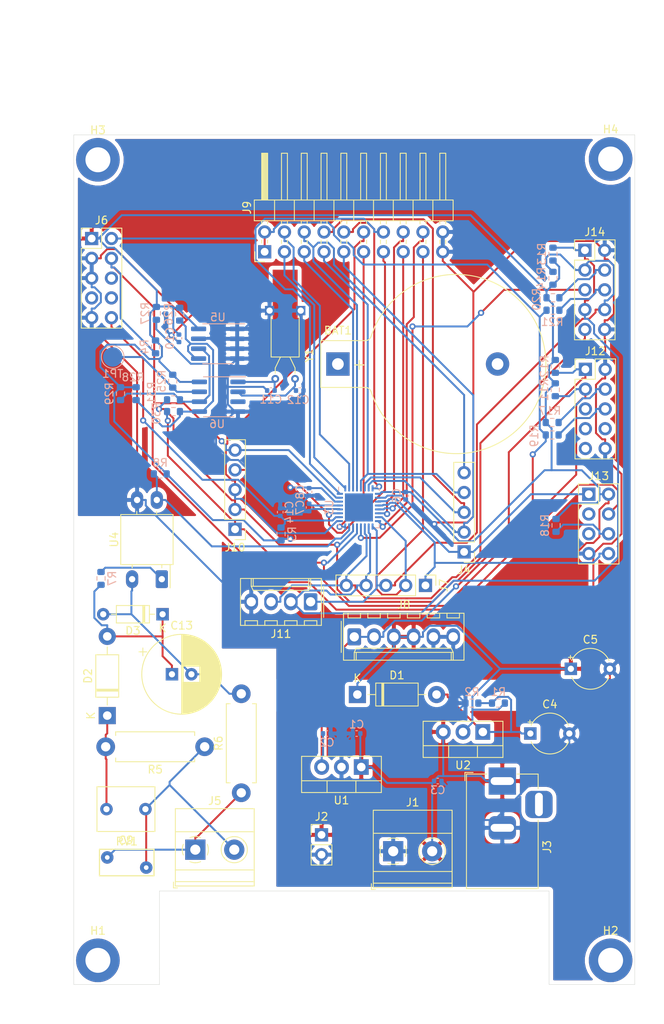
<source format=kicad_pcb>
(kicad_pcb (version 20171130) (host pcbnew "(5.1.8)-1")
  (layers (0 F.Cu signal) (31 B.Cu signal) (34 B.Paste user) (35 F.Paste user) (36 B.SilkS user) (37 F.SilkS user) (38 B.Mask user) (39 F.Mask user) (44 Edge.Cuts user))
  (net 0 "")
  (net 1 GND)
  (net 2 +12V)
  (net 3 +5V)
  (net 4 "Net-(C4-Pad1)")
  (net 5 +3V3)
  (net 6 "Net-(C7-Pad1)")
  (net 7 "Net-(C9-Pad1)")
  (net 8 "Net-(C9-Pad2)")
  (net 9 "Net-(C11-Pad2)")
  (net 10 "Net-(C12-Pad2)")
  (net 11 "Net-(C13-Pad1)")
  (net 12 "Net-(C13-Pad2)")
  (net 13 RESET)
  (net 14 PA08)
  (net 15 PA06)
  (net 16 PA05)
  (net 17 PA04)
  (net 18 PA03)
  (net 19 "Net-(J5-Pad1)")
  (net 20 PA31)
  (net 21 PA30)
  (net 22 "Net-(J6-Pad6)")
  (net 23 "Net-(J6-Pad7)")
  (net 24 "Net-(J6-Pad8)")
  (net 25 PA18)
  (net 26 PA17)
  (net 27 PA16)
  (net 28 PA14)
  (net 29 PA09)
  (net 30 PA00)
  (net 31 PA01)
  (net 32 PA02)
  (net 33 PA07)
  (net 34 PA25)
  (net 35 PA27)
  (net 36 PA28)
  (net 37 PA10)
  (net 38 PA11)
  (net 39 PA15)
  (net 40 PA22)
  (net 41 PA23)
  (net 42 "Net-(J12-Pad4)")
  (net 43 "Net-(J12-Pad5)")
  (net 44 "Net-(J12-Pad6)")
  (net 45 "Net-(J12-Pad7)")
  (net 46 "Net-(J12-Pad8)")
  (net 47 "Net-(J12-Pad9)")
  (net 48 "Net-(J13-Pad3)")
  (net 49 "Net-(J13-Pad5)")
  (net 50 "Net-(J13-Pad6)")
  (net 51 "Net-(J14-Pad6)")
  (net 52 PA19)
  (net 53 "Net-(J14-Pad4)")
  (net 54 "Net-(R7-Pad2)")
  (net 55 PA24)
  (net 56 "Net-(R25-Pad2)")
  (net 57 SDA)
  (net 58 SCL)
  (net 59 "Net-(U3-Pad33)")
  (net 60 "Net-(BAT1-PadPos)")
  (module Varistor:RV_Disc_D7mm_W3.4mm_P5mm (layer F.Cu) (at 118.3 144.1 180)
    (fp_text reference RV1 (at 2.5 3.35) (layer F.SilkS))
    (fp_text value Varistor)
    (pad 2 thru_hole circle (at 5 1.3 180) (size 1.6 1.6) (drill 0.6) (layers *.Cu *.Mask) (net 19 "Net-(J5-Pad1)"))
    (pad 1 thru_hole circle (at 0 0 180) (size 1.6 1.6) (drill 0.6) (layers *.Cu *.Mask) (net 7 "Net-(C9-Pad1)"))
  )
  (module Battery:BatteryHolder_Keystone_103_1x20mm (layer F.Cu) (at 142.9 79.5)
    (fp_text reference BAT1 (at 0 -4.3) (layer F.SilkS))
    (fp_text value "BS-7    3.3V")
    (fp_text user + (at 2.75 0) (layer F.SilkS) (effects (font (size 1.5 1.5))))
    (pad 2 thru_hole circle (at 20.49 0) (size 3 3) (drill 1.5) (layers *.Cu *.Mask))
    (pad 1 thru_hole rect (at 0 0) (size 3 3) (drill 1.5) (layers *.Cu *.Mask))
  )
  (module Capacitor_SMD:C_0402_1005Metric (layer B.Cu) (at 145.3 126.9 180)
    (fp_text reference C1 (at 0 1.16) (layer B.SilkS) (effects (justify mirror)))
    (fp_text value "0.33uF 330NF-0402")
    (pad 2 smd roundrect (at 0.48 0 180) (size 0.56 0.62) (layers B.Cu B.Paste B.Mask) (net 1 GND))
    (pad 1 smd roundrect (at -0.48 0 180) (size 0.56 0.62) (layers B.Cu B.Paste B.Mask) (net 2 +12V))
  )
  (module Capacitor_SMD:C_0402_1005Metric (layer B.Cu) (at 141.48 126.9)
    (fp_text reference C2 (at 0 1.16) (layer B.SilkS) (effects (justify mirror)))
    (fp_text value 0.1uF)
    (pad 1 smd roundrect (at -0.48 0) (size 0.56 0.62) (layers B.Cu B.Paste B.Mask) (net 3 +5V))
    (pad 2 smd roundrect (at 0.48 0) (size 0.56 0.62) (layers B.Cu B.Paste B.Mask) (net 1 GND))
  )
  (module Capacitor_SMD:C_0402_1005Metric (layer B.Cu) (at 155.72 133)
    (fp_text reference C3 (at 0 1.16) (layer B.SilkS) (effects (justify mirror)))
    (fp_text value 0.1uF)
    (pad 1 smd roundrect (at -0.48 0) (size 0.56 0.62) (layers B.Cu B.Paste B.Mask) (net 2 +12V))
    (pad 2 smd roundrect (at 0.48 0) (size 0.56 0.62) (layers B.Cu B.Paste B.Mask) (net 1 GND))
  )
  (module Capacitor_THT:CP_Radial_Tantal_D5.0mm_P5.00mm (layer F.Cu) (at 167.6 126.9)
    (fp_text reference C4 (at 2.5 -3.75) (layer F.SilkS))
    (fp_text value 10uF)
    (pad 1 thru_hole rect (at 0 0) (size 1.6 1.6) (drill 0.8) (layers *.Cu *.Mask) (net 4 "Net-(C4-Pad1)"))
    (pad 2 thru_hole circle (at 5 0) (size 1.6 1.6) (drill 0.8) (layers *.Cu *.Mask) (net 1 GND))
  )
  (module Capacitor_THT:CP_Radial_Tantal_D5.0mm_P5.00mm (layer F.Cu) (at 172.8 118.6)
    (fp_text reference C5 (at 2.5 -3.75) (layer F.SilkS))
    (fp_text value 1uF)
    (pad 2 thru_hole circle (at 5 0) (size 1.6 1.6) (drill 0.8) (layers *.Cu *.Mask) (net 1 GND))
    (pad 1 thru_hole rect (at 0 0) (size 1.6 1.6) (drill 0.8) (layers *.Cu *.Mask) (net 5 +3V3))
  )
  (module Capacitor_SMD:C_0402_1005Metric (layer B.Cu) (at 151.6 96.4 270)
    (fp_text reference C6 (at 0 1.16 90) (layer B.SilkS) (effects (justify mirror)))
    (fp_text value "100nF DNP")
    (pad 2 smd roundrect (at 0.48 0 270) (size 0.56 0.62) (layers B.Cu B.Paste B.Mask) (net 1 GND))
    (pad 1 smd roundrect (at -0.48 0 270) (size 0.56 0.62) (layers B.Cu B.Paste B.Mask) (net 5 +3V3))
  )
  (module Capacitor_SMD:C_0402_1005Metric (layer B.Cu) (at 139.2 97.9 270)
    (fp_text reference C7 (at 0 1.16 90) (layer B.SilkS) (effects (justify mirror)))
    (fp_text value 1uF)
    (pad 2 smd roundrect (at 0.48 0 270) (size 0.56 0.62) (layers B.Cu B.Paste B.Mask) (net 1 GND))
    (pad 1 smd roundrect (at -0.48 0 270) (size 0.56 0.62) (layers B.Cu B.Paste B.Mask) (net 6 "Net-(C7-Pad1)"))
  )
  (module Capacitor_SMD:C_0402_1005Metric (layer B.Cu) (at 139.2 95.9 270)
    (fp_text reference C8 (at 0 1.16 90) (layer B.SilkS) (effects (justify mirror)))
    (fp_text value "100nF DNP")
    (pad 1 smd roundrect (at -0.48 0 270) (size 0.56 0.62) (layers B.Cu B.Paste B.Mask) (net 5 +3V3))
    (pad 2 smd roundrect (at 0.48 0 270) (size 0.56 0.62) (layers B.Cu B.Paste B.Mask) (net 1 GND))
  )
  (module Capacitor_SMD:C_0402_1005Metric (layer B.Cu) (at 122.5 76.2 270)
    (fp_text reference C10 (at 0 1.16 90) (layer B.SilkS) (effects (justify mirror)))
    (fp_text value "0.1U to 1UF")
    (pad 1 smd roundrect (at -0.48 0 270) (size 0.56 0.62) (layers B.Cu B.Paste B.Mask) (net 5 +3V3))
    (pad 2 smd roundrect (at 0.48 0 270) (size 0.56 0.62) (layers B.Cu B.Paste B.Mask) (net 1 GND))
  )
  (module Capacitor_SMD:C_0402_1005Metric (layer B.Cu) (at 134.3 82.9)
    (fp_text reference C11 (at 0 1.16) (layer B.SilkS) (effects (justify mirror)))
    (fp_text value C_Small)
    (pad 2 smd roundrect (at 0.48 0) (size 0.56 0.62) (layers B.Cu B.Paste B.Mask) (net 9 "Net-(C11-Pad2)"))
    (pad 1 smd roundrect (at -0.48 0) (size 0.56 0.62) (layers B.Cu B.Paste B.Mask) (net 1 GND))
  )
  (module Capacitor_SMD:C_0402_1005Metric (layer B.Cu) (at 138 82.9 180)
    (fp_text reference C12 (at 0.2 -1.2) (layer B.SilkS) (effects (justify mirror)))
    (fp_text value C_Small)
    (pad 1 smd roundrect (at -0.48 0 180) (size 0.56 0.62) (layers B.Cu B.Paste B.Mask) (net 1 GND))
    (pad 2 smd roundrect (at 0.48 0 180) (size 0.56 0.62) (layers B.Cu B.Paste B.Mask) (net 10 "Net-(C12-Pad2)"))
  )
  (module Capacitor_THT:CP_Radial_D10.0mm_P2.50mm (layer F.Cu) (at 121.6 119.3)
    (fp_text reference C13 (at 1.25 -6.25) (layer F.SilkS))
    (fp_text value 1000uF)
    (pad 1 thru_hole rect (at 0 0) (size 1.6 1.6) (drill 0.8) (layers *.Cu *.Mask) (net 11 "Net-(C13-Pad1)"))
    (pad 2 thru_hole circle (at 2.5 0) (size 1.6 1.6) (drill 0.8) (layers *.Cu *.Mask) (net 12 "Net-(C13-Pad2)"))
  )
  (module Capacitor_SMD:C_0402_1005Metric (layer B.Cu) (at 135.5 98.5 90)
    (fp_text reference C14 (at 0 1.16 90) (layer B.SilkS) (effects (justify mirror)))
    (fp_text value C_Small)
    (pad 2 smd roundrect (at 0.48 0 90) (size 0.56 0.62) (layers B.Cu B.Paste B.Mask) (net 1 GND))
    (pad 1 smd roundrect (at -0.48 0 90) (size 0.56 0.62) (layers B.Cu B.Paste B.Mask) (net 13 RESET))
  )
  (module Diode_THT:D_DO-41_SOD81_P10.16mm_Horizontal (layer F.Cu) (at 145.4 121.9)
    (fp_text reference D1 (at 5.08 -2.47) (layer F.SilkS))
    (fp_text value 1N4001)
    (fp_text user K (at 0 -2.1) (layer F.SilkS))
    (pad 2 thru_hole oval (at 10.16 0) (size 2.2 2.2) (drill 1.1) (layers *.Cu *.Mask) (net 4 "Net-(C4-Pad1)"))
    (pad 1 thru_hole rect (at 0 0) (size 2.2 2.2) (drill 1.1) (layers *.Cu *.Mask) (net 5 +3V3))
  )
  (module Diode_THT:D_DO-41_SOD81_P10.16mm_Horizontal (layer F.Cu) (at 113.3 124.6 90)
    (fp_text reference D2 (at 5.08 -2.47 90) (layer F.SilkS))
    (fp_text value "DIODE IN4007")
    (fp_text user K (at 0 -2.1 90) (layer F.SilkS))
    (pad 1 thru_hole rect (at 0 0 90) (size 2.2 2.2) (drill 1.1) (layers *.Cu *.Mask) (net 8 "Net-(C9-Pad2)"))
    (pad 2 thru_hole oval (at 10.16 0 90) (size 2.2 2.2) (drill 1.1) (layers *.Cu *.Mask) (net 11 "Net-(C13-Pad1)"))
  )
  (module Diode_THT:D_DO-35_SOD27_P7.62mm_Horizontal (layer F.Cu) (at 120.4 111.6 180)
    (fp_text reference D3 (at 3.81 -2.12) (layer F.SilkS))
    (fp_text value 5V_Zener)
    (fp_text user K (at 0 -1.8) (layer F.SilkS))
    (pad 1 thru_hole rect (at 0 0 180) (size 1.6 1.6) (drill 0.8) (layers *.Cu *.Mask) (net 11 "Net-(C13-Pad1)"))
    (pad 2 thru_hole oval (at 7.62 0 180) (size 1.6 1.6) (drill 0.8) (layers *.Cu *.Mask) (net 12 "Net-(C13-Pad2)"))
  )
  (module Connector_PinHeader_2.54mm:PinHeader_1x02_P2.54mm_Vertical (layer F.Cu) (at 140.8 139.9)
    (fp_text reference J2 (at 0 -2.33) (layer F.SilkS))
    (fp_text value 12V_INPUT)
    (pad 2 thru_hole oval (at 0 2.54) (size 1.7 1.7) (drill 1) (layers *.Cu *.Mask) (net 1 GND))
    (pad 1 thru_hole rect (at 0 0) (size 1.7 1.7) (drill 1) (layers *.Cu *.Mask) (net 2 +12V))
  )
  (module Connector_BarrelJack:BarrelJack_Horizontal (layer F.Cu) (at 164 133 90)
    (fp_text reference J3 (at -8.45 5.75 90) (layer F.SilkS))
    (fp_text value Barrel_Jack)
    (pad 1 thru_hole rect (at 0 0 90) (size 3.5 3.5) (drill oval 1 3) (layers *.Cu *.Mask) (net 2 +12V))
    (pad 2 thru_hole roundrect (at -6 0 90) (size 3 3.5) (drill oval 1 3) (layers *.Cu *.Mask) (net 1 GND))
    (pad 3 thru_hole roundrect (at -3 4.7 90) (size 3.5 3.5) (drill oval 3 1) (layers *.Cu *.Mask))
  )
  (module Connector_PinHeader_2.54mm:PinHeader_1x05_P2.54mm_Vertical (layer F.Cu) (at 159.1 103.6 180)
    (fp_text reference J4 (at 0 -2.33) (layer F.SilkS))
    (fp_text value Conn_01x05)
    (pad 1 thru_hole rect (at 0 0 180) (size 1.7 1.7) (drill 1) (layers *.Cu *.Mask) (net 14 PA08))
    (pad 2 thru_hole oval (at 0 2.54 180) (size 1.7 1.7) (drill 1) (layers *.Cu *.Mask) (net 15 PA06))
    (pad 3 thru_hole oval (at 0 5.08 180) (size 1.7 1.7) (drill 1) (layers *.Cu *.Mask) (net 16 PA05))
    (pad 4 thru_hole oval (at 0 7.62 180) (size 1.7 1.7) (drill 1) (layers *.Cu *.Mask) (net 17 PA04))
    (pad 5 thru_hole oval (at 0 10.16 180) (size 1.7 1.7) (drill 1) (layers *.Cu *.Mask) (net 18 PA03))
  )
  (module Connector_PinHeader_2.54mm:PinHeader_2x05_P2.54mm_Vertical (layer F.Cu) (at 111.3 63.4)
    (fp_text reference J6 (at 1.27 -2.33) (layer F.SilkS))
    (fp_text value "Debug Hdr")
    (pad 1 thru_hole rect (at 0 0) (size 1.7 1.7) (drill 1) (layers *.Cu *.Mask) (net 5 +3V3))
    (pad 2 thru_hole oval (at 2.54 0) (size 1.7 1.7) (drill 1) (layers *.Cu *.Mask) (net 20 PA31))
    (pad 3 thru_hole oval (at 0 2.54) (size 1.7 1.7) (drill 1) (layers *.Cu *.Mask) (net 1 GND))
    (pad 4 thru_hole oval (at 2.54 2.54) (size 1.7 1.7) (drill 1) (layers *.Cu *.Mask) (net 21 PA30))
    (pad 5 thru_hole oval (at 0 5.08) (size 1.7 1.7) (drill 1) (layers *.Cu *.Mask) (net 1 GND))
    (pad 6 thru_hole oval (at 2.54 5.08) (size 1.7 1.7) (drill 1) (layers *.Cu *.Mask) (net 22 "Net-(J6-Pad6)"))
    (pad 7 thru_hole oval (at 0 7.62) (size 1.7 1.7) (drill 1) (layers *.Cu *.Mask) (net 23 "Net-(J6-Pad7)"))
    (pad 8 thru_hole oval (at 2.54 7.62) (size 1.7 1.7) (drill 1) (layers *.Cu *.Mask) (net 24 "Net-(J6-Pad8)"))
    (pad 9 thru_hole oval (at 0 10.16) (size 1.7 1.7) (drill 1) (layers *.Cu *.Mask) (net 1 GND))
    (pad 10 thru_hole oval (at 2.54 10.16) (size 1.7 1.7) (drill 1) (layers *.Cu *.Mask) (net 13 RESET))
  )
  (module Connector_PinHeader_2.54mm:PinHeader_1x05_P2.54mm_Vertical (layer F.Cu) (at 154.14 107.9 270)
    (fp_text reference J7 (at 0 -2.33 90) (layer F.SilkS))
    (fp_text value Conn_01x05)
    (pad 5 thru_hole oval (at 0 10.16 270) (size 1.7 1.7) (drill 1) (layers *.Cu *.Mask) (net 25 PA18))
    (pad 4 thru_hole oval (at 0 7.62 270) (size 1.7 1.7) (drill 1) (layers *.Cu *.Mask) (net 26 PA17))
    (pad 3 thru_hole oval (at 0 5.08 270) (size 1.7 1.7) (drill 1) (layers *.Cu *.Mask) (net 27 PA16))
    (pad 2 thru_hole oval (at 0 2.54 270) (size 1.7 1.7) (drill 1) (layers *.Cu *.Mask) (net 28 PA14))
    (pad 1 thru_hole rect (at 0 0 270) (size 1.7 1.7) (drill 1) (layers *.Cu *.Mask) (net 29 PA09))
  )
  (module Connector_PinHeader_2.54mm:PinHeader_2x10_P2.54mm_Horizontal (layer F.Cu) (at 133.5 65.1 90)
    (fp_text reference J9 (at 5.655 -2.27 90) (layer F.SilkS))
    (fp_text value "LED Interface")
    (pad 1 thru_hole rect (at 0 0 90) (size 1.7 1.7) (drill 1) (layers *.Cu *.Mask) (net 3 +5V))
    (pad 2 thru_hole oval (at 2.54 0 90) (size 1.7 1.7) (drill 1) (layers *.Cu *.Mask) (net 3 +5V))
    (pad 3 thru_hole oval (at 0 2.54 90) (size 1.7 1.7) (drill 1) (layers *.Cu *.Mask) (net 30 PA00))
    (pad 4 thru_hole oval (at 2.54 2.54 90) (size 1.7 1.7) (drill 1) (layers *.Cu *.Mask) (net 31 PA01))
    (pad 5 thru_hole oval (at 0 5.08 90) (size 1.7 1.7) (drill 1) (layers *.Cu *.Mask) (net 32 PA02))
    (pad 6 thru_hole oval (at 2.54 5.08 90) (size 1.7 1.7) (drill 1) (layers *.Cu *.Mask) (net 18 PA03))
    (pad 7 thru_hole oval (at 0 7.62 90) (size 1.7 1.7) (drill 1) (layers *.Cu *.Mask) (net 17 PA04))
    (pad 8 thru_hole oval (at 2.54 7.62 90) (size 1.7 1.7) (drill 1) (layers *.Cu *.Mask) (net 16 PA05))
    (pad 9 thru_hole oval (at 0 10.16 90) (size 1.7 1.7) (drill 1) (layers *.Cu *.Mask) (net 15 PA06))
    (pad 10 thru_hole oval (at 2.54 10.16 90) (size 1.7 1.7) (drill 1) (layers *.Cu *.Mask) (net 33 PA07))
    (pad 11 thru_hole oval (at 0 12.7 90) (size 1.7 1.7) (drill 1) (layers *.Cu *.Mask) (net 34 PA25))
    (pad 12 thru_hole oval (at 2.54 12.7 90) (size 1.7 1.7) (drill 1) (layers *.Cu *.Mask) (net 35 PA27))
    (pad 13 thru_hole oval (at 0 15.24 90) (size 1.7 1.7) (drill 1) (layers *.Cu *.Mask) (net 36 PA28))
    (pad 14 thru_hole oval (at 2.54 15.24 90) (size 1.7 1.7) (drill 1) (layers *.Cu *.Mask) (net 20 PA31))
    (pad 15 thru_hole oval (at 0 17.78 90) (size 1.7 1.7) (drill 1) (layers *.Cu *.Mask) (net 37 PA10))
    (pad 16 thru_hole oval (at 2.54 17.78 90) (size 1.7 1.7) (drill 1) (layers *.Cu *.Mask) (net 38 PA11))
    (pad 17 thru_hole oval (at 0 20.32 90) (size 1.7 1.7) (drill 1) (layers *.Cu *.Mask) (net 28 PA14))
    (pad 18 thru_hole oval (at 2.54 20.32 90) (size 1.7 1.7) (drill 1) (layers *.Cu *.Mask) (net 39 PA15))
    (pad 19 thru_hole oval (at 0 22.86 90) (size 1.7 1.7) (drill 1) (layers *.Cu *.Mask) (net 1 GND))
    (pad 20 thru_hole oval (at 2.54 22.86 90) (size 1.7 1.7) (drill 1) (layers *.Cu *.Mask) (net 1 GND))
  )
  (module Connector_PinHeader_2.54mm:PinHeader_1x05_P2.54mm_Vertical (layer F.Cu) (at 129.7 100.7 180)
    (fp_text reference J10 (at 0 -2.33) (layer F.SilkS))
    (fp_text value Conn_01x05)
    (pad 1 thru_hole rect (at 0 0 180) (size 1.7 1.7) (drill 1) (layers *.Cu *.Mask) (net 40 PA22))
    (pad 2 thru_hole oval (at 0 2.54 180) (size 1.7 1.7) (drill 1) (layers *.Cu *.Mask) (net 41 PA23))
    (pad 3 thru_hole oval (at 0 5.08 180) (size 1.7 1.7) (drill 1) (layers *.Cu *.Mask) (net 35 PA27))
    (pad 4 thru_hole oval (at 0 7.62 180) (size 1.7 1.7) (drill 1) (layers *.Cu *.Mask) (net 36 PA28))
    (pad 5 thru_hole oval (at 0 10.16 180) (size 1.7 1.7) (drill 1) (layers *.Cu *.Mask) (net 21 PA30))
  )
  (module Connector_PinHeader_2.54mm:PinHeader_2x05_P2.54mm_Vertical (layer F.Cu) (at 174.66 80.18)
    (fp_text reference J12 (at 1.27 -2.33) (layer F.SilkS))
    (fp_text value "Aardvark Header I2C")
    (pad 1 thru_hole rect (at 0 0) (size 1.7 1.7) (drill 1) (layers *.Cu *.Mask) (net 41 PA23))
    (pad 2 thru_hole oval (at 2.54 0) (size 1.7 1.7) (drill 1) (layers *.Cu *.Mask) (net 1 GND))
    (pad 3 thru_hole oval (at 0 2.54) (size 1.7 1.7) (drill 1) (layers *.Cu *.Mask) (net 40 PA22))
    (pad 4 thru_hole oval (at 2.54 2.54) (size 1.7 1.7) (drill 1) (layers *.Cu *.Mask) (net 42 "Net-(J12-Pad4)"))
    (pad 5 thru_hole oval (at 0 5.08) (size 1.7 1.7) (drill 1) (layers *.Cu *.Mask) (net 43 "Net-(J12-Pad5)"))
    (pad 6 thru_hole oval (at 2.54 5.08) (size 1.7 1.7) (drill 1) (layers *.Cu *.Mask) (net 44 "Net-(J12-Pad6)"))
    (pad 7 thru_hole oval (at 0 7.62) (size 1.7 1.7) (drill 1) (layers *.Cu *.Mask) (net 45 "Net-(J12-Pad7)"))
    (pad 8 thru_hole oval (at 2.54 7.62) (size 1.7 1.7) (drill 1) (layers *.Cu *.Mask) (net 46 "Net-(J12-Pad8)"))
    (pad 9 thru_hole oval (at 0 10.16) (size 1.7 1.7) (drill 1) (layers *.Cu *.Mask) (net 47 "Net-(J12-Pad9)"))
    (pad 10 thru_hole oval (at 2.54 10.16) (size 1.7 1.7) (drill 1) (layers *.Cu *.Mask) (net 1 GND))
  )
  (module Connector_PinHeader_2.54mm:PinHeader_2x04_P2.54mm_Vertical (layer F.Cu) (at 175.1 96.2)
    (fp_text reference J13 (at 1.27 -2.33) (layer F.SilkS))
    (fp_text value ESP8266_CONN)
    (pad 1 thru_hole rect (at 0 0) (size 1.7 1.7) (drill 1) (layers *.Cu *.Mask) (net 14 PA08))
    (pad 2 thru_hole oval (at 2.54 0) (size 1.7 1.7) (drill 1) (layers *.Cu *.Mask) (net 5 +3V3))
    (pad 3 thru_hole oval (at 0 2.54) (size 1.7 1.7) (drill 1) (layers *.Cu *.Mask) (net 48 "Net-(J13-Pad3)"))
    (pad 4 thru_hole oval (at 2.54 2.54) (size 1.7 1.7) (drill 1) (layers *.Cu *.Mask) (net 21 PA30))
    (pad 5 thru_hole oval (at 0 5.08) (size 1.7 1.7) (drill 1) (layers *.Cu *.Mask) (net 49 "Net-(J13-Pad5)"))
    (pad 6 thru_hole oval (at 2.54 5.08) (size 1.7 1.7) (drill 1) (layers *.Cu *.Mask) (net 50 "Net-(J13-Pad6)"))
    (pad 7 thru_hole oval (at 0 7.62) (size 1.7 1.7) (drill 1) (layers *.Cu *.Mask) (net 1 GND))
    (pad 8 thru_hole oval (at 2.54 7.62) (size 1.7 1.7) (drill 1) (layers *.Cu *.Mask) (net 29 PA09))
  )
  (module Connector_PinHeader_2.54mm:PinHeader_2x05_P2.54mm_Vertical (layer F.Cu) (at 174.6 64.9)
    (fp_text reference J14 (at 1.27 -2.33) (layer F.SilkS))
    (fp_text value "Aardvark Header I2C/SPI")
    (pad 10 thru_hole oval (at 2.54 10.16) (size 1.7 1.7) (drill 1) (layers *.Cu *.Mask) (net 1 GND))
    (pad 9 thru_hole oval (at 0 10.16) (size 1.7 1.7) (drill 1) (layers *.Cu *.Mask) (net 25 PA18))
    (pad 8 thru_hole oval (at 2.54 7.62) (size 1.7 1.7) (drill 1) (layers *.Cu *.Mask) (net 27 PA16))
    (pad 7 thru_hole oval (at 0 7.62) (size 1.7 1.7) (drill 1) (layers *.Cu *.Mask) (net 26 PA17))
    (pad 6 thru_hole oval (at 2.54 5.08) (size 1.7 1.7) (drill 1) (layers *.Cu *.Mask) (net 51 "Net-(J14-Pad6)"))
    (pad 5 thru_hole oval (at 0 5.08) (size 1.7 1.7) (drill 1) (layers *.Cu *.Mask) (net 52 PA19))
    (pad 4 thru_hole oval (at 2.54 2.54) (size 1.7 1.7) (drill 1) (layers *.Cu *.Mask) (net 53 "Net-(J14-Pad4)"))
    (pad 3 thru_hole oval (at 0 2.54) (size 1.7 1.7) (drill 1) (layers *.Cu *.Mask) (net 27 PA16))
    (pad 2 thru_hole oval (at 2.54 0) (size 1.7 1.7) (drill 1) (layers *.Cu *.Mask) (net 1 GND))
    (pad 1 thru_hole rect (at 0 0) (size 1.7 1.7) (drill 1) (layers *.Cu *.Mask) (net 26 PA17))
  )
  (module Resistor_SMD:R_0603_1608Metric (layer B.Cu) (at 163.5 123 180)
    (fp_text reference R1 (at 0 1.43) (layer B.SilkS) (effects (justify mirror)))
    (fp_text value 1K)
    (pad 1 smd roundrect (at -0.825 0 180) (size 0.8 0.95) (layers B.Cu B.Paste B.Mask) (net 5 +3V3))
    (pad 2 smd roundrect (at 0.825 0 180) (size 0.8 0.95) (layers B.Cu B.Paste B.Mask) (net 4 "Net-(C4-Pad1)"))
  )
  (module Resistor_SMD:R_0603_1608Metric (layer B.Cu) (at 160.1 123 180)
    (fp_text reference R2 (at 0 1.43) (layer B.SilkS) (effects (justify mirror)))
    (fp_text value 5.1K)
    (pad 2 smd roundrect (at 0.825 0 180) (size 0.8 0.95) (layers B.Cu B.Paste B.Mask) (net 1 GND))
    (pad 1 smd roundrect (at -0.825 0 180) (size 0.8 0.95) (layers B.Cu B.Paste B.Mask) (net 4 "Net-(C4-Pad1)"))
  )
  (module Resistor_SMD:R_0603_1608Metric (layer B.Cu) (at 135.6 101.3 90)
    (fp_text reference R3 (at 0 1.43 90) (layer B.SilkS) (effects (justify mirror)))
    (fp_text value 10K)
    (pad 2 smd roundrect (at 0.825 0 90) (size 0.8 0.95) (layers B.Cu B.Paste B.Mask) (net 13 RESET))
    (pad 1 smd roundrect (at -0.825 0 90) (size 0.8 0.95) (layers B.Cu B.Paste B.Mask) (net 5 +3V3))
  )
  (module Resistor_SMD:R_0603_1608Metric (layer B.Cu) (at 119.5 77.3 270)
    (fp_text reference R4 (at 0 1.43 90) (layer B.SilkS) (effects (justify mirror)))
    (fp_text value 1K)
    (pad 2 smd roundrect (at 0.825 0 270) (size 0.8 0.95) (layers B.Cu B.Paste B.Mask) (net 21 PA30))
    (pad 1 smd roundrect (at -0.825 0 270) (size 0.8 0.95) (layers B.Cu B.Paste B.Mask) (net 5 +3V3))
  )
  (module Resistor_SMD:R_0603_1608Metric (layer B.Cu) (at 112.5 107 90)
    (fp_text reference R7 (at 0 1.43 270) (layer B.SilkS) (effects (justify mirror)))
    (fp_text value 220E)
    (pad 1 smd roundrect (at -0.825 0 90) (size 0.8 0.95) (layers B.Cu B.Paste B.Mask) (net 11 "Net-(C13-Pad1)"))
    (pad 2 smd roundrect (at 0.825 0 90) (size 0.8 0.95) (layers B.Cu B.Paste B.Mask) (net 54 "Net-(R7-Pad2)"))
  )
  (module Resistor_SMD:R_0603_1608Metric (layer B.Cu) (at 120.1 93.6 180)
    (fp_text reference R8 (at 0 1.43 180) (layer B.SilkS) (effects (justify mirror)))
    (fp_text value 1k)
    (pad 1 smd roundrect (at -0.825 0 180) (size 0.8 0.95) (layers B.Cu B.Paste B.Mask) (net 5 +3V3))
    (pad 2 smd roundrect (at 0.825 0 180) (size 0.8 0.95) (layers B.Cu B.Paste B.Mask) (net 55 PA24))
  )
  (module Resistor_SMD:R_0603_1608Metric (layer B.Cu) (at 170.8 82.8 270)
    (fp_text reference R11 (at 0 1.43 90) (layer B.SilkS) (effects (justify mirror)))
    (fp_text value "1K DNP")
    (pad 2 smd roundrect (at 0.825 0 270) (size 0.8 0.95) (layers B.Cu B.Paste B.Mask) (net 40 PA22))
    (pad 1 smd roundrect (at -0.825 0 270) (size 0.8 0.95) (layers B.Cu B.Paste B.Mask) (net 5 +3V3))
  )
  (module Resistor_SMD:R_0603_1608Metric (layer B.Cu) (at 170.8 79.8 90)
    (fp_text reference R12 (at 0 -1.4 90) (layer B.SilkS) (effects (justify mirror)))
    (fp_text value "1K DNP")
    (pad 1 smd roundrect (at -0.825 0 90) (size 0.8 0.95) (layers B.Cu B.Paste B.Mask) (net 41 PA23))
    (pad 2 smd roundrect (at 0.825 0 90) (size 0.8 0.95) (layers B.Cu B.Paste B.Mask) (net 5 +3V3))
  )
  (module Resistor_SMD:R_0603_1608Metric (layer B.Cu) (at 170.5 65.4 270)
    (fp_text reference R13 (at 0 1.43 90) (layer B.SilkS) (effects (justify mirror)))
    (fp_text value R_Small)
    (pad 1 smd roundrect (at -0.825 0 270) (size 0.8 0.95) (layers B.Cu B.Paste B.Mask) (net 26 PA17))
    (pad 2 smd roundrect (at 0.825 0 270) (size 0.8 0.95) (layers B.Cu B.Paste B.Mask) (net 5 +3V3))
  )
  (module Resistor_SMD:R_0603_1608Metric (layer B.Cu) (at 170.5 68.5 90)
    (fp_text reference R14 (at 0 -1.5 90) (layer B.SilkS) (effects (justify mirror)))
    (fp_text value R_Small)
    (pad 2 smd roundrect (at 0.825 0 90) (size 0.8 0.95) (layers B.Cu B.Paste B.Mask) (net 27 PA16))
    (pad 1 smd roundrect (at -0.825 0 90) (size 0.8 0.95) (layers B.Cu B.Paste B.Mask) (net 5 +3V3))
  )
  (module Resistor_SMD:R_0603_1608Metric (layer B.Cu) (at 170.4 87)
    (fp_text reference R17 (at -0.3 -1.5) (layer B.SilkS) (effects (justify mirror)))
    (fp_text value "0 DNP")
    (pad 2 smd roundrect (at 0.825 0) (size 0.8 0.95) (layers B.Cu B.Paste B.Mask) (net 42 "Net-(J12-Pad4)"))
    (pad 1 smd roundrect (at -0.825 0) (size 0.8 0.95) (layers B.Cu B.Paste B.Mask) (net 5 +3V3))
  )
  (module Resistor_SMD:R_0603_1608Metric (layer B.Cu) (at 170.9 100.2 270)
    (fp_text reference R18 (at 0 1.43 90) (layer B.SilkS) (effects (justify mirror)))
    (fp_text value 1K)
    (pad 1 smd roundrect (at -0.825 0 270) (size 0.8 0.95) (layers B.Cu B.Paste B.Mask) (net 5 +3V3))
    (pad 2 smd roundrect (at 0.825 0 270) (size 0.8 0.95) (layers B.Cu B.Paste B.Mask) (net 50 "Net-(J13-Pad6)"))
  )
  (module Resistor_SMD:R_0603_1608Metric (layer B.Cu) (at 170.4 88.6 180)
    (fp_text reference R19 (at 2.3 -0.1 90) (layer B.SilkS) (effects (justify mirror)))
    (fp_text value "0 DNP")
    (pad 1 smd roundrect (at -0.825 0 180) (size 0.8 0.95) (layers B.Cu B.Paste B.Mask) (net 44 "Net-(J12-Pad6)"))
    (pad 2 smd roundrect (at 0.825 0 180) (size 0.8 0.95) (layers B.Cu B.Paste B.Mask) (net 3 +5V))
  )
  (module Resistor_SMD:R_0603_1608Metric (layer B.Cu) (at 170.5 71)
    (fp_text reference R20 (at -2.1 0.2 90) (layer B.SilkS) (effects (justify mirror)))
    (fp_text value "0 DNP")
    (pad 2 smd roundrect (at 0.825 0) (size 0.8 0.95) (layers B.Cu B.Paste B.Mask) (net 53 "Net-(J14-Pad4)"))
    (pad 1 smd roundrect (at -0.825 0) (size 0.8 0.95) (layers B.Cu B.Paste B.Mask) (net 5 +3V3))
  )
  (module Resistor_SMD:R_0603_1608Metric (layer B.Cu) (at 170.5 72.6 180)
    (fp_text reference R21 (at 0.1 -1.5) (layer B.SilkS) (effects (justify mirror)))
    (fp_text value "0 DNP")
    (pad 1 smd roundrect (at -0.825 0 180) (size 0.8 0.95) (layers B.Cu B.Paste B.Mask) (net 51 "Net-(J14-Pad6)"))
    (pad 2 smd roundrect (at 0.825 0 180) (size 0.8 0.95) (layers B.Cu B.Paste B.Mask) (net 3 +5V))
  )
  (module Resistor_SMD:R_0603_1608Metric (layer B.Cu) (at 121.7 81.7 270)
    (fp_text reference R25 (at 0 1.43 90) (layer B.SilkS) (effects (justify mirror)))
    (fp_text value 10K)
    (pad 2 smd roundrect (at 0.825 0 270) (size 0.8 0.95) (layers B.Cu B.Paste B.Mask) (net 56 "Net-(R25-Pad2)"))
    (pad 1 smd roundrect (at -0.825 0 270) (size 0.8 0.95) (layers B.Cu B.Paste B.Mask) (net 5 +3V3))
  )
  (module Resistor_SMD:R_0603_1608Metric (layer B.Cu) (at 122.6 73.1 270)
    (fp_text reference R26 (at 0 1.43 90) (layer B.SilkS) (effects (justify mirror)))
    (fp_text value 2K)
    (pad 1 smd roundrect (at -0.825 0 270) (size 0.8 0.95) (layers B.Cu B.Paste B.Mask) (net 5 +3V3))
    (pad 2 smd roundrect (at 0.825 0 270) (size 0.8 0.95) (layers B.Cu B.Paste B.Mask) (net 57 SDA))
  )
  (module Resistor_SMD:R_0603_1608Metric (layer B.Cu) (at 119.6 73 270)
    (fp_text reference R27 (at 0 1.43 90) (layer B.SilkS) (effects (justify mirror)))
    (fp_text value 2K)
    (pad 2 smd roundrect (at 0.825 0 270) (size 0.8 0.95) (layers B.Cu B.Paste B.Mask) (net 58 SCL))
    (pad 1 smd roundrect (at -0.825 0 270) (size 0.8 0.95) (layers B.Cu B.Paste B.Mask) (net 5 +3V3))
  )
  (module Resistor_SMD:R_0603_1608Metric (layer B.Cu) (at 117 83.3 270)
    (fp_text reference R28 (at -2.1 0.4 180) (layer B.SilkS) (effects (justify mirror)))
    (fp_text value 2K)
    (pad 1 smd roundrect (at -0.825 0 270) (size 0.8 0.95) (layers B.Cu B.Paste B.Mask) (net 5 +3V3))
    (pad 2 smd roundrect (at 0.825 0 270) (size 0.8 0.95) (layers B.Cu B.Paste B.Mask) (net 57 SDA))
  )
  (module Resistor_SMD:R_0603_1608Metric (layer B.Cu) (at 115 83.3 270)
    (fp_text reference R29 (at 0 1.43 90) (layer B.SilkS) (effects (justify mirror)))
    (fp_text value 2K)
    (pad 2 smd roundrect (at 0.825 0 270) (size 0.8 0.95) (layers B.Cu B.Paste B.Mask) (net 58 SCL))
    (pad 1 smd roundrect (at -0.825 0 270) (size 0.8 0.95) (layers B.Cu B.Paste B.Mask) (net 5 +3V3))
  )
  (module Resistor_SMD:R_0603_1608Metric (layer B.Cu) (at 121.8 85.6 180)
    (fp_text reference R30 (at 2.2 -0.2 90) (layer B.SilkS) (effects (justify mirror)))
    (fp_text value 0E)
    (pad 1 smd roundrect (at -0.825 0 180) (size 0.8 0.95) (layers B.Cu B.Paste B.Mask) (net 57 SDA))
    (pad 2 smd roundrect (at 0.825 0 180) (size 0.8 0.95) (layers B.Cu B.Paste B.Mask) (net 40 PA22))
  )
  (module Resistor_SMD:R_0603_1608Metric (layer B.Cu) (at 121.8 84.1 180)
    (fp_text reference R31 (at 2.8 0.9 90) (layer B.SilkS) (effects (justify mirror)))
    (fp_text value 0E)
    (pad 2 smd roundrect (at 0.825 0 180) (size 0.8 0.95) (layers B.Cu B.Paste B.Mask) (net 41 PA23))
    (pad 1 smd roundrect (at -0.825 0 180) (size 0.8 0.95) (layers B.Cu B.Paste B.Mask) (net 58 SCL))
  )
  (module Package_TO_SOT_THT:TO-220-3_Vertical (layer F.Cu) (at 145.9 131.2 180)
    (fp_text reference U1 (at 2.54 -4.27) (layer F.SilkS))
    (fp_text value LM7805_TO220)
    (pad 1 thru_hole rect (at 0 0 180) (size 1.905 2) (drill 1.1) (layers *.Cu *.Mask) (net 2 +12V))
    (pad 2 thru_hole oval (at 2.54 0 180) (size 1.905 2) (drill 1.1) (layers *.Cu *.Mask) (net 1 GND))
    (pad 3 thru_hole oval (at 5.08 0 180) (size 1.905 2) (drill 1.1) (layers *.Cu *.Mask) (net 3 +5V))
  )
  (module Package_TO_SOT_THT:TO-220-3_Vertical (layer F.Cu) (at 161.5 126.7 180)
    (fp_text reference U2 (at 2.54 -4.27) (layer F.SilkS))
    (fp_text value LM317_TO-220)
    (pad 3 thru_hole oval (at 5.08 0 180) (size 1.905 2) (drill 1.1) (layers *.Cu *.Mask) (net 2 +12V))
    (pad 2 thru_hole oval (at 2.54 0 180) (size 1.905 2) (drill 1.1) (layers *.Cu *.Mask) (net 5 +3V3))
    (pad 1 thru_hole rect (at 0 0 180) (size 1.905 2) (drill 1.1) (layers *.Cu *.Mask) (net 4 "Net-(C4-Pad1)"))
  )
  (module Package_DFN_QFN:QFN-32-1EP_5x5mm_P0.5mm_EP3.6x3.6mm (layer B.Cu) (at 145.6 97.9 270)
    (fp_text reference U3 (at 0 3.8 90) (layer B.SilkS) (effects (justify mirror)))
    (fp_text value ATSAMD21E16B-M)
    (pad 1 smd roundrect (at -2.45 1.75 270) (size 0.8 0.25) (layers B.Cu B.Paste B.Mask) (net 30 PA00))
    (pad 2 smd roundrect (at -2.45 1.25 270) (size 0.8 0.25) (layers B.Cu B.Paste B.Mask) (net 31 PA01))
    (pad 3 smd roundrect (at -2.45 0.75 270) (size 0.8 0.25) (layers B.Cu B.Paste B.Mask) (net 32 PA02))
    (pad 4 smd roundrect (at -2.45 0.25 270) (size 0.8 0.25) (layers B.Cu B.Paste B.Mask) (net 18 PA03))
    (pad 5 smd roundrect (at -2.45 -0.25 270) (size 0.8 0.25) (layers B.Cu B.Paste B.Mask) (net 17 PA04))
    (pad 6 smd roundrect (at -2.45 -0.75 270) (size 0.8 0.25) (layers B.Cu B.Paste B.Mask) (net 16 PA05))
    (pad 7 smd roundrect (at -2.45 -1.25 270) (size 0.8 0.25) (layers B.Cu B.Paste B.Mask) (net 15 PA06))
    (pad 8 smd roundrect (at -2.45 -1.75 270) (size 0.8 0.25) (layers B.Cu B.Paste B.Mask) (net 33 PA07))
    (pad 9 smd roundrect (at -1.75 -2.45 270) (size 0.25 0.8) (layers B.Cu B.Paste B.Mask) (net 5 +3V3))
    (pad 10 smd roundrect (at -1.25 -2.45 270) (size 0.25 0.8) (layers B.Cu B.Paste B.Mask) (net 1 GND))
    (pad 11 smd roundrect (at -0.75 -2.45 270) (size 0.25 0.8) (layers B.Cu B.Paste B.Mask) (net 14 PA08))
    (pad 12 smd roundrect (at -0.25 -2.45 270) (size 0.25 0.8) (layers B.Cu B.Paste B.Mask) (net 29 PA09))
    (pad 13 smd roundrect (at 0.25 -2.45 270) (size 0.25 0.8) (layers B.Cu B.Paste B.Mask) (net 37 PA10))
    (pad 14 smd roundrect (at 0.75 -2.45 270) (size 0.25 0.8) (layers B.Cu B.Paste B.Mask) (net 38 PA11))
    (pad 15 smd roundrect (at 1.25 -2.45 270) (size 0.25 0.8) (layers B.Cu B.Paste B.Mask) (net 28 PA14))
    (pad 16 smd roundrect (at 1.75 -2.45 270) (size 0.25 0.8) (layers B.Cu B.Paste B.Mask) (net 39 PA15))
    (pad 17 smd roundrect (at 2.45 -1.75 270) (size 0.8 0.25) (layers B.Cu B.Paste B.Mask) (net 27 PA16))
    (pad 18 smd roundrect (at 2.45 -1.25 270) (size 0.8 0.25) (layers B.Cu B.Paste B.Mask) (net 26 PA17))
    (pad 19 smd roundrect (at 2.45 -0.75 270) (size 0.8 0.25) (layers B.Cu B.Paste B.Mask) (net 25 PA18))
    (pad 20 smd roundrect (at 2.45 -0.25 270) (size 0.8 0.25) (layers B.Cu B.Paste B.Mask) (net 52 PA19))
    (pad 21 smd roundrect (at 2.45 0.25 270) (size 0.8 0.25) (layers B.Cu B.Paste B.Mask) (net 40 PA22))
    (pad 22 smd roundrect (at 2.45 0.75 270) (size 0.8 0.25) (layers B.Cu B.Paste B.Mask) (net 41 PA23))
    (pad 23 smd roundrect (at 2.45 1.25 270) (size 0.8 0.25) (layers B.Cu B.Paste B.Mask) (net 55 PA24))
    (pad 24 smd roundrect (at 2.45 1.75 270) (size 0.8 0.25) (layers B.Cu B.Paste B.Mask) (net 34 PA25))
    (pad 25 smd roundrect (at 1.75 2.45 270) (size 0.25 0.8) (layers B.Cu B.Paste B.Mask) (net 35 PA27))
    (pad 26 smd roundrect (at 1.25 2.45 270) (size 0.25 0.8) (layers B.Cu B.Paste B.Mask) (net 13 RESET))
    (pad 27 smd roundrect (at 0.75 2.45 270) (size 0.25 0.8) (layers B.Cu B.Paste B.Mask) (net 36 PA28))
    (pad 28 smd roundrect (at 0.25 2.45 270) (size 0.25 0.8) (layers B.Cu B.Paste B.Mask) (net 1 GND))
    (pad 29 smd roundrect (at -0.25 2.45 270) (size 0.25 0.8) (layers B.Cu B.Paste B.Mask) (net 6 "Net-(C7-Pad1)"))
    (pad 30 smd roundrect (at -0.75 2.45 270) (size 0.25 0.8) (layers B.Cu B.Paste B.Mask) (net 5 +3V3))
    (pad 31 smd roundrect (at -1.25 2.45 270) (size 0.25 0.8) (layers B.Cu B.Paste B.Mask) (net 21 PA30))
    (pad 32 smd roundrect (at -1.75 2.45 270) (size 0.25 0.8) (layers B.Cu B.Paste B.Mask) (net 20 PA31))
    (pad 33 smd rect (at 0 0 270) (size 3.6 3.6) (layers B.Cu B.Mask) (net 59 "Net-(U3-Pad33)"))
  )
  (module OptoDevice:Luna_NSL-32 (layer F.Cu) (at 120.3 107.1 90)
    (fp_text reference U4 (at 5.08 -6.11 270) (layer F.SilkS))
    (fp_text value EL814)
    (pad 1 thru_hole roundrect (at 0 0 90) (size 2.29 1.57) (drill 0.81) (layers *.Cu *.Mask) (roundrect_rratio 0.159) (net 54 "Net-(R7-Pad2)"))
    (pad 2 thru_hole oval (at 0 -3.81 90) (size 2.29 1.57) (drill 0.81) (layers *.Cu *.Mask) (net 12 "Net-(C13-Pad2)"))
    (pad 3 thru_hole oval (at 10.16 -3.17 90) (size 2.29 1.57) (drill 0.81) (layers *.Cu *.Mask) (net 1 GND))
    (pad 4 thru_hole oval (at 10.16 -0.64 90) (size 2.29 1.57) (drill 0.81) (layers *.Cu *.Mask) (net 55 PA24))
  )
  (module Package_SO:SOIC-8_3.9x4.9mm_P1.27mm (layer B.Cu) (at 127.5 76.9 180)
    (fp_text reference U5 (at 0 3.4) (layer B.SilkS) (effects (justify mirror)))
    (fp_text value AT24CS32-SSHM)
    (pad 8 smd roundrect (at 2.475 1.905 180) (size 1.95 0.6) (layers B.Cu B.Paste B.Mask) (net 5 +3V3))
    (pad 7 smd roundrect (at 2.475 0.635 180) (size 1.95 0.6) (layers B.Cu B.Paste B.Mask) (net 1 GND))
    (pad 6 smd roundrect (at 2.475 -0.635 180) (size 1.95 0.6) (layers B.Cu B.Paste B.Mask) (net 58 SCL))
    (pad 5 smd roundrect (at 2.475 -1.905 180) (size 1.95 0.6) (layers B.Cu B.Paste B.Mask) (net 57 SDA))
    (pad 4 smd roundrect (at -2.475 -1.905 180) (size 1.95 0.6) (layers B.Cu B.Paste B.Mask) (net 1 GND))
    (pad 3 smd roundrect (at -2.475 -0.635 180) (size 1.95 0.6) (layers B.Cu B.Paste B.Mask) (net 1 GND))
    (pad 2 smd roundrect (at -2.475 0.635 180) (size 1.95 0.6) (layers B.Cu B.Paste B.Mask) (net 1 GND))
    (pad 1 smd roundrect (at -2.475 1.905 180) (size 1.95 0.6) (layers B.Cu B.Paste B.Mask) (net 1 GND))
  )
  (module Package_SO:SOIC-8_3.9x4.9mm_P1.27mm (layer B.Cu) (at 127.6 83.7 180)
    (fp_text reference U6 (at 0.2 -3.5) (layer B.SilkS) (effects (justify mirror)))
    (fp_text value MCP7940N-xMS)
    (pad 1 smd roundrect (at -2.475 1.905 180) (size 1.95 0.6) (layers B.Cu B.Paste B.Mask) (net 9 "Net-(C11-Pad2)"))
    (pad 2 smd roundrect (at -2.475 0.635 180) (size 1.95 0.6) (layers B.Cu B.Paste B.Mask) (net 10 "Net-(C12-Pad2)"))
    (pad 3 smd roundrect (at -2.475 -0.635 180) (size 1.95 0.6) (layers B.Cu B.Paste B.Mask) (net 60 "Net-(BAT1-PadPos)"))
    (pad 4 smd roundrect (at -2.475 -1.905 180) (size 1.95 0.6) (layers B.Cu B.Paste B.Mask) (net 1 GND))
    (pad 5 smd roundrect (at 2.475 -1.905 180) (size 1.95 0.6) (layers B.Cu B.Paste B.Mask) (net 57 SDA))
    (pad 6 smd roundrect (at 2.475 -0.635 180) (size 1.95 0.6) (layers B.Cu B.Paste B.Mask) (net 58 SCL))
    (pad 7 smd roundrect (at 2.475 0.635 180) (size 1.95 0.6) (layers B.Cu B.Paste B.Mask) (net 56 "Net-(R25-Pad2)"))
    (pad 8 smd roundrect (at 2.475 1.905 180) (size 1.95 0.6) (layers B.Cu B.Paste B.Mask) (net 5 +3V3))
  )
  (module Crystal:Crystal_AT310_D3.0mm_L10.0mm_Horizontal_1EP_style2 (layer F.Cu) (at 137.4 81.4 180)
    (fp_text reference Y1 (at -1.85 3 270) (layer F.SilkS))
    (fp_text value "32KHz crystal")
    (pad 1 thru_hole circle (at 0 0 180) (size 1 1) (drill 0.5) (layers *.Cu *.Mask) (net 10 "Net-(C12-Pad2)"))
    (pad 2 thru_hole circle (at 2.54 0 180) (size 1 1) (drill 0.5) (layers *.Cu *.Mask) (net 9 "Net-(C11-Pad2)"))
    (pad 3 smd rect (at 1.27 8.75 180) (size 3.2 10.5) (layers F.Cu F.Paste F.Mask) (net 1 GND))
    (pad 3 thru_hole rect (at -0.73 8.75 180) (size 1.2 1.2) (drill 0.8) (layers *.Cu *.Mask) (net 1 GND))
    (pad 3 thru_hole rect (at 3.27 8.75 180) (size 1.2 1.2) (drill 0.8) (layers *.Cu *.Mask) (net 1 GND))
  )
  (module TerminalBlock_Phoenix:TerminalBlock_Phoenix_MKDS-1,5-2_1x02_P5.00mm_Horizontal (layer F.Cu) (at 150 142)
    (fp_text reference J1 (at 2.5 -6.26) (layer F.SilkS))
    (fp_text value "12V INPUT")
    (pad 2 thru_hole circle (at 5 0) (size 2.6 2.6) (drill 1.3) (layers *.Cu *.Mask) (net 2 +12V))
    (pad 1 thru_hole rect (at 0 0) (size 2.6 2.6) (drill 1.3) (layers *.Cu *.Mask) (net 1 GND))
  )
  (module TerminalBlock_Phoenix:TerminalBlock_Phoenix_MKDS-1,5-2_1x02_P5.00mm_Horizontal (layer F.Cu) (at 124.6 141.8)
    (fp_text reference J5 (at 2.5 -6.26) (layer F.SilkS))
    (fp_text value "AC INPUT")
    (pad 1 thru_hole rect (at 0 0) (size 2.6 2.6) (drill 1.3) (layers *.Cu *.Mask) (net 19 "Net-(J5-Pad1)"))
    (pad 2 thru_hole circle (at 5 0) (size 2.6 2.6) (drill 1.3) (layers *.Cu *.Mask) (net 7 "Net-(C9-Pad1)"))
  )
  (module MountingHole:MountingHole_3.2mm_M3_DIN965_Pad (layer F.Cu) (at 112.1 156)
    (fp_text reference H1 (at 0 -3.8) (layer F.SilkS))
    (fp_text value MountingHole)
    (pad 1 thru_hole circle (at 0 0) (size 5.6 5.6) (drill 3.2) (layers *.Cu *.Mask))
  )
  (module MountingHole:MountingHole_3.2mm_M3_DIN965_Pad (layer F.Cu) (at 177.9 156)
    (fp_text reference H2 (at 0 -3.8) (layer F.SilkS))
    (fp_text value MountingHole)
    (pad 1 thru_hole circle (at 0 0) (size 5.6 5.6) (drill 3.2) (layers *.Cu *.Mask))
  )
  (module MountingHole:MountingHole_3.2mm_M3_DIN965_Pad (layer F.Cu) (at 112.1 53.3)
    (fp_text reference H3 (at 0 -3.8) (layer F.SilkS))
    (fp_text value MountingHole)
    (pad 1 thru_hole circle (at 0 0) (size 5.6 5.6) (drill 3.2) (layers *.Cu *.Mask))
  )
  (module MountingHole:MountingHole_3.2mm_M3_DIN965_Pad (layer F.Cu) (at 177.9 53.2)
    (fp_text reference H4 (at 0 -3.8) (layer F.SilkS))
    (fp_text value MountingHole)
    (pad 1 thru_hole circle (at 0 0) (size 5.6 5.6) (drill 3.2) (layers *.Cu *.Mask))
  )
  (module Connector_Molex:Molex_KK-254_AE-6410-06A_1x06_P2.54mm_Vertical (layer F.Cu) (at 145 114.5)
    (fp_text reference J8 (at 6.35 -4.12) (layer F.SilkS))
    (fp_text value Conn_01x06)
    (pad 1 thru_hole roundrect (at 0 0) (size 1.74 2.19) (drill 1.19) (layers *.Cu *.Mask) (roundrect_rratio 0.1436775862068966) (net 3 +5V))
    (pad 2 thru_hole oval (at 2.54 0) (size 1.74 2.19) (drill 1.19) (layers *.Cu *.Mask) (net 3 +5V))
    (pad 3 thru_hole oval (at 5.08 0) (size 1.74 2.19) (drill 1.19) (layers *.Cu *.Mask) (net 5 +3V3))
    (pad 4 thru_hole oval (at 7.62 0) (size 1.74 2.19) (drill 1.19) (layers *.Cu *.Mask) (net 5 +3V3))
    (pad 5 thru_hole oval (at 10.16 0) (size 1.74 2.19) (drill 1.19) (layers *.Cu *.Mask) (net 1 GND))
    (pad 6 thru_hole oval (at 12.7 0) (size 1.74 2.19) (drill 1.19) (layers *.Cu *.Mask) (net 1 GND))
  )
  (module Connector_Molex:Molex_KK-254_AE-6410-04A_1x04_P2.54mm_Vertical (layer F.Cu) (at 139.4 110 180)
    (fp_text reference J11 (at 3.81 -4.12) (layer F.SilkS))
    (fp_text value Relay_conn)
    (pad 1 thru_hole roundrect (at 0 0 180) (size 1.74 2.19) (drill 1.19) (layers *.Cu *.Mask) (roundrect_rratio 0.1436775862068966) (net 27 PA16))
    (pad 2 thru_hole oval (at 2.54 0 180) (size 1.74 2.19) (drill 1.19) (layers *.Cu *.Mask) (net 26 PA17))
    (pad 3 thru_hole oval (at 5.08 0 180) (size 1.74 2.19) (drill 1.19) (layers *.Cu *.Mask) (net 25 PA18))
    (pad 4 thru_hole oval (at 7.62 0 180) (size 1.74 2.19) (drill 1.19) (layers *.Cu *.Mask) (net 1 GND))
  )
  (module TestPoint:TestPoint_Pad_D2.5mm (layer B.Cu) (at 114 78.6)
    (fp_text reference TP1 (at 0 2.148) (layer B.SilkS) (effects (justify mirror)))
    (fp_text value TestPoint)
    (pad 1 smd circle (at 0 0) (size 2.5 2.5) (layers B.Cu B.Mask) (net 56 "Net-(R25-Pad2)"))
  )
  (module Capacitor_THT:C_Rect_L7.2mm_W5.5mm_P5.00mm_FKS2_FKP2_MKS2_MKP2 (layer F.Cu) (at 118.2 136.6 180)
    (fp_text reference C9 (at 2.5 -4) (layer F.SilkS))
    (fp_text value "0.47uF 450V AC 15mm Pitch")
    (pad 1 thru_hole circle (at 0 0 180) (size 1.6 1.6) (drill 0.8) (layers *.Cu *.Mask) (net 7 "Net-(C9-Pad1)"))
    (pad 2 thru_hole circle (at 5 0 180) (size 1.6 1.6) (drill 0.8) (layers *.Cu *.Mask) (net 8 "Net-(C9-Pad2)"))
  )
  (module Resistor_THT:R_Axial_DIN0411_L9.9mm_D3.6mm_P12.70mm_Horizontal (layer F.Cu) (at 125.8 128.6 180)
    (fp_text reference R5 (at 6.35 -2.92 180) (layer F.SilkS))
    (fp_text value "470K 1W")
    (pad 2 thru_hole oval (at 12.7 0 180) (size 2.4 2.4) (drill 1.2) (layers *.Cu *.Mask) (net 8 "Net-(C9-Pad2)"))
    (pad 1 thru_hole circle (at 0 0 180) (size 2.4 2.4) (drill 1.2) (layers *.Cu *.Mask) (net 7 "Net-(C9-Pad1)"))
  )
  (module Resistor_THT:R_Axial_DIN0411_L9.9mm_D3.6mm_P12.70mm_Horizontal (layer F.Cu) (at 130.5 134.5 90)
    (fp_text reference R6 (at 6.35 -2.92 -90) (layer F.SilkS))
    (fp_text value "100E 1W")
    (pad 1 thru_hole circle (at 0 0 90) (size 2.4 2.4) (drill 1.2) (layers *.Cu *.Mask) (net 19 "Net-(J5-Pad1)"))
    (pad 2 thru_hole oval (at 12.7 0 90) (size 2.4 2.4) (drill 1.2) (layers *.Cu *.Mask) (net 12 "Net-(C13-Pad2)"))
  )
  (gr_line (start 181 50.1) (end 180 50.1) (layer Edge.Cuts) (width 0.05))
  (gr_line (start 181 159.1) (end 181 50.1) (layer Edge.Cuts) (width 0.05))
  (gr_line (start 170 159.1) (end 181 159.1) (layer Edge.Cuts) (width 0.05))
  (gr_line (start 170 157.1) (end 170 159.1) (layer Edge.Cuts) (width 0.05))
  (gr_line (start 120 159.1) (end 120 157.1) (layer Edge.Cuts) (width 0.05))
  (gr_line (start 109 159.1) (end 120 159.1) (layer Edge.Cuts) (width 0.05))
  (gr_line (start 109 50.1) (end 109 159.1) (layer Edge.Cuts) (width 0.05))
  (gr_line (start 110 50.1) (end 109 50.1) (layer Edge.Cuts) (width 0.05))
  (gr_line (start 170 147.1) (end 170 157.1) (layer Edge.Cuts) (width 0.05))
  (gr_line (start 120 147.1) (end 170 147.1) (layer Edge.Cuts) (width 0.05))
  (gr_line (start 120 157.1) (end 120 147.1) (layer Edge.Cuts) (width 0.05))
  (gr_line (start 180 50.1) (end 110 50.1) (layer Edge.Cuts) (width 0.05))
  (segment (start 111.3 73.56) (end 111.3 74.7353) (width 0.25) (layer F.Cu) (net 1))
  (segment (start 117.13 96.94) (end 117.13 80.5653) (width 0.25) (layer F.Cu) (net 1))
  (segment (start 117.13 80.5653) (end 111.3 74.7353) (width 0.25) (layer F.Cu) (net 1))
  (segment (start 138.5464 98.02) (end 138.5464 97.0806) (width 0.25) (layer B.Cu) (net 1))
  (segment (start 138.5464 97.0806) (end 139.2 96.427) (width 0.25) (layer B.Cu) (net 1))
  (segment (start 139.2 96.427) (end 139.2 96.38) (width 0.25) (layer B.Cu) (net 1))
  (segment (start 139.2 98.38) (end 138.9064 98.38) (width 0.25) (layer B.Cu) (net 1))
  (segment (start 138.9064 98.38) (end 138.5464 98.02) (width 0.25) (layer B.Cu) (net 1))
  (segment (start 135.5 98.02) (end 138.5464 98.02) (width 0.25) (layer B.Cu) (net 1))
  (segment (start 135.5 98.02) (end 135.5 97.1875) (width 0.25) (layer B.Cu) (net 1))
  (segment (start 135.5 97.1875) (end 130.1225 91.81) (width 0.25) (layer B.Cu) (net 1))
  (segment (start 130.1225 91.81) (end 129.1272 91.81) (width 0.25) (layer B.Cu) (net 1))
  (segment (start 129.1272 91.81) (end 127.2666 89.9494) (width 0.25) (layer B.Cu) (net 1))
  (segment (start 127.2666 89.9494) (end 127.2666 88.0362) (width 0.25) (layer B.Cu) (net 1))
  (segment (start 127.2666 88.0362) (end 129.6978 85.605) (width 0.25) (layer B.Cu) (net 1))
  (segment (start 123.4886 73.8652) (end 121.538 75.8158) (width 0.25) (layer F.Cu) (net 1))
  (segment (start 133.2047 72.65) (end 124.7038 72.65) (width 0.25) (layer F.Cu) (net 1))
  (segment (start 124.7038 72.65) (end 123.4886 73.8652) (width 0.25) (layer F.Cu) (net 1))
  (segment (start 123.4886 73.8652) (end 114.388 64.7647) (width 0.25) (layer F.Cu) (net 1))
  (segment (start 114.388 64.7647) (end 113.2832 64.7647) (width 0.25) (layer F.Cu) (net 1))
  (segment (start 113.2832 64.7647) (end 112.4753 65.5726) (width 0.25) (layer F.Cu) (net 1))
  (segment (start 112.4753 65.5726) (end 112.4753 65.94) (width 0.25) (layer F.Cu) (net 1))
  (segment (start 122.5 76.68) (end 122.4022 76.68) (width 0.25) (layer B.Cu) (net 1))
  (segment (start 122.4022 76.68) (end 121.538 75.8158) (width 0.25) (layer B.Cu) (net 1))
  (segment (start 160.3224 70.2377) (end 160.2856 70.2745) (width 0.25) (layer F.Cu) (net 1))
  (segment (start 160.2856 70.2745) (end 160.2856 99.0589) (width 0.25) (layer F.Cu) (net 1))
  (segment (start 160.2856 99.0589) (end 159.5149 99.8296) (width 0.25) (layer F.Cu) (net 1))
  (segment (start 159.5149 99.8296) (end 155.4751 99.8296) (width 0.25) (layer F.Cu) (net 1))
  (segment (start 155.4751 99.8296) (end 155.2755 100.0292) (width 0.25) (layer F.Cu) (net 1))
  (segment (start 139.2 98.38) (end 139.4794 98.1006) (width 0.25) (layer B.Cu) (net 1))
  (segment (start 139.4794 98.1006) (end 143.1006 98.1006) (width 0.25) (layer B.Cu) (net 1))
  (segment (start 143.1006 98.1006) (end 143.15 98.15) (width 0.25) (layer B.Cu) (net 1))
  (segment (start 175.6877 103.82) (end 176.9577 102.55) (width 0.25) (layer F.Cu) (net 1))
  (segment (start 176.9577 102.55) (end 178.0462 102.55) (width 0.25) (layer F.Cu) (net 1))
  (segment (start 178.0462 102.55) (end 179.2928 101.3034) (width 0.25) (layer F.Cu) (net 1))
  (segment (start 179.2928 101.3034) (end 179.2928 93.6081) (width 0.25) (layer F.Cu) (net 1))
  (segment (start 179.2928 93.6081) (end 177.2 91.5153) (width 0.25) (layer F.Cu) (net 1))
  (segment (start 111.3 68.48) (end 111.3 69.6553) (width 0.25) (layer B.Cu) (net 1))
  (segment (start 111.3 73.56) (end 111.3 72.3847) (width 0.25) (layer B.Cu) (net 1))
  (segment (start 111.3 72.3847) (end 111.6673 72.3847) (width 0.25) (layer B.Cu) (net 1))
  (segment (start 111.6673 72.3847) (end 112.4753 71.5767) (width 0.25) (layer B.Cu) (net 1))
  (segment (start 112.4753 71.5767) (end 112.4753 70.4632) (width 0.25) (layer B.Cu) (net 1))
  (segment (start 112.4753 70.4632) (end 111.6674 69.6553) (width 0.25) (layer B.Cu) (net 1))
  (segment (start 111.6674 69.6553) (end 111.3 69.6553) (width 0.25) (layer B.Cu) (net 1))
  (segment (start 162.9974 137.9974) (end 161.3664 137.9974) (width 0.25) (layer B.Cu) (net 1))
  (segment (start 161.3664 137.9974) (end 161.2819 138.0819) (width 0.25) (layer B.Cu) (net 1))
  (segment (start 164 139) (end 162.9974 137.9974) (width 0.25) (layer B.Cu) (net 1))
  (segment (start 162.9974 137.9974) (end 172.6 128.3948) (width 0.25) (layer B.Cu) (net 1))
  (segment (start 172.6 128.3948) (end 172.6 126.9) (width 0.25) (layer B.Cu) (net 1))
  (segment (start 156.2 133) (end 161.2819 138.0819) (width 0.25) (layer B.Cu) (net 1))
  (segment (start 151.6 96.88) (end 151.5919 96.88) (width 0.25) (layer B.Cu) (net 1))
  (segment (start 151.5919 96.88) (end 151.087 96.3751) (width 0.25) (layer B.Cu) (net 1))
  (segment (start 151.087 96.3751) (end 149.2707 96.3751) (width 0.25) (layer B.Cu) (net 1))
  (segment (start 149.2707 96.3751) (end 148.9958 96.65) (width 0.25) (layer B.Cu) (net 1))
  (segment (start 148.9958 96.65) (end 148.05 96.65) (width 0.25) (layer B.Cu) (net 1))
  (segment (start 155.2755 100.0292) (end 154.7492 100.0292) (width 0.25) (layer B.Cu) (net 1))
  (segment (start 154.7492 100.0292) (end 151.6 96.88) (width 0.25) (layer B.Cu) (net 1))
  (segment (start 134.13 72.65) (end 138.13 72.65) (width 0.25) (layer B.Cu) (net 1))
  (segment (start 133.6674 72.65) (end 134.13 72.65) (width 0.25) (layer B.Cu) (net 1))
  (segment (start 133.6674 72.65) (end 133.2047 72.65) (width 0.25) (layer B.Cu) (net 1))
  (segment (start 129.6978 85.605) (end 130.075 85.605) (width 0.25) (layer B.Cu) (net 1))
  (segment (start 128.774 82.43) (end 128.774 84.6812) (width 0.25) (layer B.Cu) (net 1))
  (segment (start 128.774 84.6812) (end 129.6978 85.605) (width 0.25) (layer B.Cu) (net 1))
  (segment (start 111.3 65.94) (end 111.3 68.48) (width 0.25) (layer F.Cu) (net 1))
  (segment (start 172.6 126.9) (end 177.8 121.7) (width 0.25) (layer F.Cu) (net 1))
  (segment (start 177.8 121.7) (end 177.8 118.6) (width 0.25) (layer F.Cu) (net 1))
  (segment (start 156.36 66.2753) (end 160.3224 70.2377) (width 0.25) (layer F.Cu) (net 1))
  (segment (start 177.14 65.02) (end 175.8446 63.7246) (width 0.25) (layer F.Cu) (net 1))
  (segment (start 175.8446 63.7246) (end 166.8355 63.7246) (width 0.25) (layer F.Cu) (net 1))
  (segment (start 166.8355 63.7246) (end 160.3224 70.2377) (width 0.25) (layer F.Cu) (net 1))
  (segment (start 177.14 64.9) (end 177.14 65.02) (width 0.25) (layer F.Cu) (net 1))
  (segment (start 177.14 65.4876) (end 177.14 66.0753) (width 0.25) (layer F.Cu) (net 1))
  (segment (start 177.14 65.4876) (end 177.14 65.02) (width 0.25) (layer F.Cu) (net 1))
  (segment (start 161.2819 138.0819) (end 155.7385 143.6253) (width 0.25) (layer B.Cu) (net 1))
  (segment (start 155.7385 143.6253) (end 153.2506 143.6253) (width 0.25) (layer B.Cu) (net 1))
  (segment (start 153.2506 143.6253) (end 151.6253 142) (width 0.25) (layer B.Cu) (net 1))
  (segment (start 130.075 85.605) (end 135.9075 85.605) (width 0.25) (layer B.Cu) (net 1))
  (segment (start 135.9075 85.605) (end 138.48 83.0325) (width 0.25) (layer B.Cu) (net 1))
  (segment (start 138.48 83.0325) (end 138.48 82.9) (width 0.25) (layer B.Cu) (net 1))
  (segment (start 138.13 72.65) (end 138.13 73.5753) (width 0.25) (layer F.Cu) (net 1))
  (segment (start 136.13 75.4376) (end 137.9923 73.5753) (width 0.25) (layer F.Cu) (net 1))
  (segment (start 137.9923 73.5753) (end 138.13 73.5753) (width 0.25) (layer F.Cu) (net 1))
  (segment (start 136.13 72.65) (end 136.13 75.4376) (width 0.25) (layer F.Cu) (net 1))
  (segment (start 128.774 82.43) (end 133.35 82.43) (width 0.25) (layer B.Cu) (net 1))
  (segment (start 133.35 82.43) (end 133.82 82.9) (width 0.25) (layer B.Cu) (net 1))
  (segment (start 129.975 78.805) (end 128.774 80.006) (width 0.25) (layer B.Cu) (net 1))
  (segment (start 128.774 80.006) (end 128.774 82.43) (width 0.25) (layer B.Cu) (net 1))
  (segment (start 129.975 77.535) (end 129.975 78.805) (width 0.25) (layer B.Cu) (net 1))
  (segment (start 134.13 72.65) (end 133.2047 72.65) (width 0.25) (layer F.Cu) (net 1))
  (segment (start 111.3 65.94) (end 112.4753 65.94) (width 0.25) (layer F.Cu) (net 1))
  (segment (start 177.14 75.06) (end 177.14 73.8847) (width 0.25) (layer F.Cu) (net 1))
  (segment (start 177.14 66.0753) (end 177.5073 66.0753) (width 0.25) (layer F.Cu) (net 1))
  (segment (start 177.5073 66.0753) (end 178.3153 66.8833) (width 0.25) (layer F.Cu) (net 1))
  (segment (start 178.3153 66.8833) (end 178.3153 73.0768) (width 0.25) (layer F.Cu) (net 1))
  (segment (start 178.3153 73.0768) (end 177.5074 73.8847) (width 0.25) (layer F.Cu) (net 1))
  (segment (start 177.5074 73.8847) (end 177.14 73.8847) (width 0.25) (layer F.Cu) (net 1))
  (segment (start 177.14 75.06) (end 177.14 76.2353) (width 0.25) (layer F.Cu) (net 1))
  (segment (start 177.2 80.18) (end 177.2 76.2953) (width 0.25) (layer F.Cu) (net 1))
  (segment (start 177.2 76.2953) (end 177.14 76.2353) (width 0.25) (layer F.Cu) (net 1))
  (segment (start 177.2 80.7676) (end 177.2 80.18) (width 0.25) (layer F.Cu) (net 1))
  (segment (start 177.2 80.7676) (end 177.2 81.3553) (width 0.25) (layer F.Cu) (net 1))
  (segment (start 177.2 81.3553) (end 176.8326 81.3553) (width 0.25) (layer F.Cu) (net 1))
  (segment (start 176.8326 81.3553) (end 176.0247 82.1632) (width 0.25) (layer F.Cu) (net 1))
  (segment (start 176.0247 82.1632) (end 176.0247 88.3568) (width 0.25) (layer F.Cu) (net 1))
  (segment (start 176.0247 88.3568) (end 176.8326 89.1647) (width 0.25) (layer F.Cu) (net 1))
  (segment (start 176.8326 89.1647) (end 177.2 89.1647) (width 0.25) (layer F.Cu) (net 1))
  (segment (start 177.2 90.34) (end 177.2 89.1647) (width 0.25) (layer F.Cu) (net 1))
  (segment (start 177.2 90.34) (end 177.2 91.5153) (width 0.25) (layer F.Cu) (net 1))
  (segment (start 177.8 118.6) (end 175.6877 116.4877) (width 0.25) (layer F.Cu) (net 1))
  (segment (start 175.6877 116.4877) (end 175.6877 103.82) (width 0.25) (layer F.Cu) (net 1))
  (segment (start 175.1 103.82) (end 175.6877 103.82) (width 0.25) (layer F.Cu) (net 1))
  (segment (start 156.36 65.1) (end 156.36 66.2753) (width 0.25) (layer F.Cu) (net 1))
  (segment (start 156.36 62.56) (end 156.36 65.1) (width 0.25) (layer F.Cu) (net 1))
  (segment (start 143.36 142) (end 142.4153 142) (width 0.25) (layer B.Cu) (net 1))
  (segment (start 142.4153 142) (end 141.9753 142.44) (width 0.25) (layer B.Cu) (net 1))
  (segment (start 150 142) (end 143.36 142) (width 0.25) (layer B.Cu) (net 1))
  (segment (start 143.36 131.2) (end 143.36 142) (width 0.25) (layer B.Cu) (net 1))
  (segment (start 143.36 128.3) (end 143.36 131.2) (width 0.25) (layer B.Cu) (net 1))
  (segment (start 129.975 74.995) (end 130.8597 74.995) (width 0.25) (layer B.Cu) (net 1))
  (segment (start 130.8597 74.995) (end 133.2047 72.65) (width 0.25) (layer B.Cu) (net 1))
  (segment (start 129.975 74.995) (end 129.975 76.265) (width 0.25) (layer B.Cu) (net 1))
  (segment (start 117.13 96.94) (end 118.2403 96.94) (width 0.25) (layer B.Cu) (net 1))
  (segment (start 118.2403 96.94) (end 118.2403 97.6556) (width 0.25) (layer B.Cu) (net 1))
  (segment (start 118.2403 97.6556) (end 130.5847 110) (width 0.25) (layer B.Cu) (net 1))
  (segment (start 129.975 76.265) (end 125.025 76.265) (width 0.25) (layer B.Cu) (net 1))
  (segment (start 145.2252 124.8655) (end 131.78 111.4203) (width 0.25) (layer B.Cu) (net 1))
  (segment (start 159.275 123) (end 157.4095 124.8655) (width 0.25) (layer B.Cu) (net 1))
  (segment (start 157.4095 124.8655) (end 145.2252 124.8655) (width 0.25) (layer B.Cu) (net 1))
  (segment (start 144.82 126.9) (end 144.82 125.2707) (width 0.25) (layer B.Cu) (net 1))
  (segment (start 144.82 125.2707) (end 145.2252 124.8655) (width 0.25) (layer B.Cu) (net 1))
  (segment (start 131.78 110) (end 131.78 111.4203) (width 0.25) (layer B.Cu) (net 1))
  (segment (start 131.78 110) (end 130.5847 110) (width 0.25) (layer B.Cu) (net 1))
  (segment (start 143.36 128.3) (end 141.96 126.9) (width 0.25) (layer B.Cu) (net 1))
  (segment (start 143.36 128.3) (end 143.42 128.3) (width 0.25) (layer B.Cu) (net 1))
  (segment (start 143.42 128.3) (end 144.82 126.9) (width 0.25) (layer B.Cu) (net 1))
  (segment (start 150 142) (end 151.6253 142) (width 0.25) (layer B.Cu) (net 1))
  (segment (start 129.975 76.265) (end 129.975 77.535) (width 0.25) (layer B.Cu) (net 1))
  (segment (start 140.8 142.44) (end 141.9753 142.44) (width 0.25) (layer B.Cu) (net 1))
  (segment (start 157.7 114.5) (end 157.7 121.425) (width 0.25) (layer B.Cu) (net 1))
  (segment (start 157.7 121.425) (end 159.275 123) (width 0.25) (layer B.Cu) (net 1))
  (segment (start 157.7 114.5) (end 155.16 114.5) (width 0.25) (layer B.Cu) (net 1))
  (via (at 121.538 75.8158) (size 0.8) (layers F.Cu B.Cu) (net 1))
  (via (at 155.2755 100.0292) (size 0.8) (layers F.Cu B.Cu) (net 1))
  (segment (start 146.5389 131.2) (end 145.78 130.4411) (width 0.25) (layer B.Cu) (net 2))
  (segment (start 145.78 130.4411) (end 145.78 126.9) (width 0.25) (layer B.Cu) (net 2))
  (segment (start 146.5389 131.2) (end 147.1778 131.2) (width 0.25) (layer B.Cu) (net 2))
  (segment (start 145.9 131.2) (end 146.5389 131.2) (width 0.25) (layer B.Cu) (net 2))
  (segment (start 155 133.24) (end 155.24 133) (width 0.25) (layer B.Cu) (net 2))
  (segment (start 155 142) (end 155 133.24) (width 0.25) (layer B.Cu) (net 2))
  (segment (start 155 133.24) (end 149.2178 133.24) (width 0.25) (layer B.Cu) (net 2))
  (segment (start 149.2178 133.24) (end 147.1778 131.2) (width 0.25) (layer B.Cu) (net 2))
  (segment (start 156.42 132.3584) (end 155.8013 132.3584) (width 0.25) (layer B.Cu) (net 2))
  (segment (start 155.8013 132.3584) (end 155.24 132.9197) (width 0.25) (layer B.Cu) (net 2))
  (segment (start 155.24 132.9197) (end 155.24 133) (width 0.25) (layer B.Cu) (net 2))
  (segment (start 161.9247 133) (end 161.2831 132.3584) (width 0.25) (layer B.Cu) (net 2))
  (segment (start 161.2831 132.3584) (end 156.42 132.3584) (width 0.25) (layer B.Cu) (net 2))
  (segment (start 156.42 132.3584) (end 156.42 126.7) (width 0.25) (layer B.Cu) (net 2))
  (segment (start 140.8 139.9) (end 140.8 138.7247) (width 0.25) (layer F.Cu) (net 2))
  (segment (start 140.8 138.7247) (end 145.9 133.6247) (width 0.25) (layer F.Cu) (net 2))
  (segment (start 145.9 133.6247) (end 145.9 131.2) (width 0.25) (layer F.Cu) (net 2))
  (segment (start 164 133) (end 161.9247 133) (width 0.25) (layer B.Cu) (net 2))
  (segment (start 145 114.5) (end 140.82 118.68) (width 0.25) (layer F.Cu) (net 3))
  (segment (start 140.82 118.68) (end 140.82 131.2) (width 0.25) (layer F.Cu) (net 3))
  (segment (start 147.54 114.5) (end 148.7353 114.5) (width 0.25) (layer B.Cu) (net 3))
  (segment (start 148.7353 114.5) (end 148.7353 113.9023) (width 0.25) (layer B.Cu) (net 3))
  (segment (start 148.7353 113.9023) (end 150.2047 112.4329) (width 0.25) (layer B.Cu) (net 3))
  (segment (start 150.2047 112.4329) (end 153.654 112.4329) (width 0.25) (layer B.Cu) (net 3))
  (segment (start 153.654 112.4329) (end 158.0639 108.023) (width 0.25) (layer B.Cu) (net 3))
  (segment (start 145 114.5) (end 147.54 114.5) (width 0.25) (layer B.Cu) (net 3))
  (segment (start 167.9061 91.094) (end 169.575 89.4251) (width 0.25) (layer B.Cu) (net 3))
  (segment (start 169.575 89.4251) (end 169.575 88.6) (width 0.25) (layer B.Cu) (net 3))
  (segment (start 158.0639 108.023) (end 158.1873 108.023) (width 0.25) (layer F.Cu) (net 3))
  (segment (start 158.1873 108.023) (end 167.9061 98.3042) (width 0.25) (layer F.Cu) (net 3))
  (segment (start 167.9061 98.3042) (end 167.9061 91.094) (width 0.25) (layer F.Cu) (net 3))
  (segment (start 168.8022 73.4728) (end 169.675 72.6) (width 0.25) (layer B.Cu) (net 3))
  (segment (start 169.575 88.6) (end 168.8022 87.8272) (width 0.25) (layer B.Cu) (net 3))
  (segment (start 168.8022 87.8272) (end 168.8022 73.4728) (width 0.25) (layer B.Cu) (net 3))
  (segment (start 168.8022 73.4728) (end 162.0645 66.7351) (width 0.25) (layer B.Cu) (net 3))
  (segment (start 162.0645 66.7351) (end 146.1478 66.7351) (width 0.25) (layer B.Cu) (net 3))
  (segment (start 146.1478 66.7351) (end 144.93 65.5173) (width 0.25) (layer B.Cu) (net 3))
  (segment (start 144.93 65.5173) (end 144.93 64.6627) (width 0.25) (layer B.Cu) (net 3))
  (segment (start 144.93 64.6627) (end 144.192 63.9247) (width 0.25) (layer B.Cu) (net 3))
  (segment (start 144.192 63.9247) (end 143.3605 63.9247) (width 0.25) (layer B.Cu) (net 3))
  (segment (start 143.3605 63.9247) (end 142.39 62.9542) (width 0.25) (layer B.Cu) (net 3))
  (segment (start 142.39 62.9542) (end 142.39 62.0712) (width 0.25) (layer B.Cu) (net 3))
  (segment (start 142.39 62.0712) (end 141.6781 61.3593) (width 0.25) (layer B.Cu) (net 3))
  (segment (start 141.6781 61.3593) (end 135.5107 61.3593) (width 0.25) (layer B.Cu) (net 3))
  (segment (start 135.5107 61.3593) (end 134.6753 62.1947) (width 0.25) (layer B.Cu) (net 3))
  (segment (start 134.6753 62.1947) (end 134.6753 62.56) (width 0.25) (layer B.Cu) (net 3))
  (segment (start 133.5 62.56) (end 134.6753 62.56) (width 0.25) (layer B.Cu) (net 3))
  (segment (start 140.82 131.2) (end 140.82 129.8747) (width 0.25) (layer B.Cu) (net 3))
  (segment (start 140.82 129.8747) (end 141 129.6947) (width 0.25) (layer B.Cu) (net 3))
  (segment (start 141 129.6947) (end 141 126.9) (width 0.25) (layer B.Cu) (net 3))
  (segment (start 133.5 62.56) (end 133.5 65.1) (width 0.25) (layer F.Cu) (net 3))
  (via (at 167.9061 91.094) (size 0.8) (layers F.Cu B.Cu) (net 3))
  (via (at 158.0639 108.023) (size 0.8) (layers F.Cu B.Cu) (net 3))
  (segment (start 162.675 123) (end 160.925 123) (width 0.25) (layer B.Cu) (net 4))
  (segment (start 165.1266 126.7) (end 165.1266 122.5815) (width 0.25) (layer B.Cu) (net 4))
  (segment (start 165.1266 122.5815) (end 164.7439 122.1988) (width 0.25) (layer B.Cu) (net 4))
  (segment (start 164.7439 122.1988) (end 163.4762 122.1988) (width 0.25) (layer B.Cu) (net 4))
  (segment (start 163.4762 122.1988) (end 162.675 123) (width 0.25) (layer B.Cu) (net 4))
  (segment (start 155.56 121.9) (end 156.9853 121.9) (width 0.25) (layer F.Cu) (net 4))
  (segment (start 161.5 126.7) (end 156.9853 122.1853) (width 0.25) (layer F.Cu) (net 4))
  (segment (start 156.9853 122.1853) (end 156.9853 121.9) (width 0.25) (layer F.Cu) (net 4))
  (segment (start 165.1266 126.7) (end 166.2747 126.7) (width 0.25) (layer B.Cu) (net 4))
  (segment (start 166.2747 126.7) (end 166.4747 126.9) (width 0.25) (layer B.Cu) (net 4))
  (segment (start 161.5 126.7) (end 165.1266 126.7) (width 0.25) (layer B.Cu) (net 4))
  (segment (start 167.6 126.9) (end 166.4747 126.9) (width 0.25) (layer B.Cu) (net 4))
  (segment (start 135.6 102.125) (end 135.7979 101.9271) (width 0.25) (layer B.Cu) (net 5))
  (segment (start 135.7979 101.9271) (end 136.7954 101.9271) (width 0.25) (layer B.Cu) (net 5))
  (segment (start 120.925 93.6) (end 126.8496 99.5246) (width 0.25) (layer B.Cu) (net 5))
  (segment (start 126.8496 99.5246) (end 130.7983 99.5246) (width 0.25) (layer B.Cu) (net 5))
  (segment (start 130.7983 99.5246) (end 133.3987 102.125) (width 0.25) (layer B.Cu) (net 5))
  (segment (start 133.3987 102.125) (end 135.6 102.125) (width 0.25) (layer B.Cu) (net 5))
  (segment (start 136.7954 95.342) (end 136.7954 101.9271) (width 0.25) (layer F.Cu) (net 5))
  (segment (start 136.7954 95.342) (end 139.122 95.342) (width 0.25) (layer B.Cu) (net 5))
  (segment (start 139.122 95.342) (end 139.2 95.42) (width 0.25) (layer B.Cu) (net 5))
  (segment (start 177.64 96.2) (end 177.64 97.3753) (width 0.25) (layer F.Cu) (net 5))
  (segment (start 172.8 118.6) (end 172.8 104.4556) (width 0.25) (layer F.Cu) (net 5))
  (segment (start 172.8 104.4556) (end 174.8002 102.4554) (width 0.25) (layer F.Cu) (net 5))
  (segment (start 174.8002 102.4554) (end 175.6833 102.4554) (width 0.25) (layer F.Cu) (net 5))
  (segment (start 175.6833 102.4554) (end 176.4647 101.674) (width 0.25) (layer F.Cu) (net 5))
  (segment (start 176.4647 101.674) (end 176.4647 98.1832) (width 0.25) (layer F.Cu) (net 5))
  (segment (start 176.4647 98.1832) (end 177.2726 97.3753) (width 0.25) (layer F.Cu) (net 5))
  (segment (start 177.2726 97.3753) (end 177.64 97.3753) (width 0.25) (layer F.Cu) (net 5))
  (segment (start 115 82.475) (end 114.1917 83.2833) (width 0.25) (layer B.Cu) (net 5))
  (segment (start 114.1917 83.2833) (end 114.1917 86.8667) (width 0.25) (layer B.Cu) (net 5))
  (segment (start 114.1917 86.8667) (end 120.925 93.6) (width 0.25) (layer B.Cu) (net 5))
  (segment (start 170.8 81.975) (end 169.9989 81.1739) (width 0.25) (layer B.Cu) (net 5))
  (segment (start 169.9989 81.1739) (end 169.9989 79.7761) (width 0.25) (layer B.Cu) (net 5))
  (segment (start 169.9989 79.7761) (end 170.8 78.975) (width 0.25) (layer B.Cu) (net 5))
  (segment (start 150.08 114.5) (end 150.08 115.9203) (width 0.25) (layer B.Cu) (net 5))
  (segment (start 145.4 121.9) (end 145.4 120.4747) (width 0.25) (layer B.Cu) (net 5))
  (segment (start 150.08 115.9203) (end 149.9544 115.9203) (width 0.25) (layer B.Cu) (net 5))
  (segment (start 149.9544 115.9203) (end 145.4 120.4747) (width 0.25) (layer B.Cu) (net 5))
  (segment (start 152.62 114.5) (end 150.08 114.5) (width 0.25) (layer B.Cu) (net 5))
  (segment (start 151.6 95.92) (end 152.2153 95.92) (width 0.25) (layer B.Cu) (net 5))
  (segment (start 152.2153 95.92) (end 157.3765 101.0812) (width 0.25) (layer B.Cu) (net 5))
  (segment (start 157.3765 101.0812) (end 157.3765 101.1535) (width 0.25) (layer B.Cu) (net 5))
  (segment (start 157.3765 101.1535) (end 158.4663 102.2433) (width 0.25) (layer B.Cu) (net 5))
  (segment (start 158.4663 102.2433) (end 160.3109 102.2433) (width 0.25) (layer B.Cu) (net 5))
  (segment (start 160.3109 102.2433) (end 169.4298 93.1244) (width 0.25) (layer B.Cu) (net 5))
  (segment (start 169.4298 93.1244) (end 170.3251 93.1244) (width 0.25) (layer B.Cu) (net 5))
  (segment (start 119.6 72.175) (end 118.7987 72.9763) (width 0.25) (layer B.Cu) (net 5))
  (segment (start 118.7987 72.9763) (end 118.7987 75.7737) (width 0.25) (layer B.Cu) (net 5))
  (segment (start 118.7987 75.7737) (end 119.5 76.475) (width 0.25) (layer B.Cu) (net 5))
  (segment (start 119.6542 72.1208) (end 119.6 72.175) (width 0.25) (layer B.Cu) (net 5))
  (segment (start 170.8 81.975) (end 169.575 83.2) (width 0.25) (layer B.Cu) (net 5))
  (segment (start 169.575 83.2) (end 169.575 87) (width 0.25) (layer B.Cu) (net 5))
  (segment (start 170.3251 93.1244) (end 170.3251 87.7501) (width 0.25) (layer B.Cu) (net 5))
  (segment (start 170.3251 87.7501) (end 169.575 87) (width 0.25) (layer B.Cu) (net 5))
  (segment (start 151.6 95.92) (end 148.5149 95.92) (width 0.25) (layer B.Cu) (net 5))
  (segment (start 148.5149 95.92) (end 148.2849 96.15) (width 0.25) (layer B.Cu) (net 5))
  (segment (start 148.2849 96.15) (end 148.05 96.15) (width 0.25) (layer B.Cu) (net 5))
  (segment (start 169.675 70.15) (end 159.9307 60.4057) (width 0.25) (layer B.Cu) (net 5))
  (segment (start 159.9307 60.4057) (end 115.1721 60.4057) (width 0.25) (layer B.Cu) (net 5))
  (segment (start 115.1721 60.4057) (end 112.1778 63.4) (width 0.25) (layer B.Cu) (net 5))
  (segment (start 169.675 70.15) (end 170.5 69.325) (width 0.25) (layer B.Cu) (net 5))
  (segment (start 169.675 71) (end 169.675 70.15) (width 0.25) (layer B.Cu) (net 5))
  (segment (start 112.1778 63.4) (end 112.4753 63.4) (width 0.25) (layer B.Cu) (net 5))
  (segment (start 111.3 63.4) (end 112.1778 63.4) (width 0.25) (layer B.Cu) (net 5))
  (segment (start 119.9939 78.8512) (end 120.3163 78.5288) (width 0.25) (layer B.Cu) (net 5))
  (segment (start 120.3163 78.5288) (end 120.3163 77.2913) (width 0.25) (layer B.Cu) (net 5))
  (segment (start 120.3163 77.2913) (end 119.5 76.475) (width 0.25) (layer B.Cu) (net 5))
  (segment (start 115 82.475) (end 112.4195 79.8945) (width 0.25) (layer B.Cu) (net 5))
  (segment (start 112.4195 79.8945) (end 112.4195 77.8924) (width 0.25) (layer B.Cu) (net 5))
  (segment (start 112.4195 77.8924) (end 113.2969 77.015) (width 0.25) (layer B.Cu) (net 5))
  (segment (start 113.2969 77.015) (end 116.8269 77.015) (width 0.25) (layer B.Cu) (net 5))
  (segment (start 116.8269 77.015) (end 118.6631 78.8512) (width 0.25) (layer B.Cu) (net 5))
  (segment (start 118.6631 78.8512) (end 119.9939 78.8512) (width 0.25) (layer B.Cu) (net 5))
  (segment (start 121.7 80.875) (end 119.9939 79.1689) (width 0.25) (layer B.Cu) (net 5))
  (segment (start 119.9939 79.1689) (end 119.9939 78.8512) (width 0.25) (layer B.Cu) (net 5))
  (segment (start 125.125 81.795) (end 122.62 81.795) (width 0.25) (layer B.Cu) (net 5))
  (segment (start 122.62 81.795) (end 121.7 80.875) (width 0.25) (layer B.Cu) (net 5))
  (segment (start 119.6542 72.1208) (end 121.6208 72.1208) (width 0.25) (layer B.Cu) (net 5))
  (segment (start 121.6208 72.1208) (end 121.775 72.275) (width 0.25) (layer B.Cu) (net 5))
  (segment (start 119.6542 72.1208) (end 119.6542 70.048) (width 0.25) (layer B.Cu) (net 5))
  (segment (start 119.6542 70.048) (end 114.1815 64.5753) (width 0.25) (layer B.Cu) (net 5))
  (segment (start 114.1815 64.5753) (end 113.2832 64.5753) (width 0.25) (layer B.Cu) (net 5))
  (segment (start 113.2832 64.5753) (end 112.4753 63.7674) (width 0.25) (layer B.Cu) (net 5))
  (segment (start 112.4753 63.7674) (end 112.4753 63.4) (width 0.25) (layer B.Cu) (net 5))
  (segment (start 121.775 72.275) (end 121.775 74.995) (width 0.25) (layer B.Cu) (net 5))
  (segment (start 121.775 74.995) (end 122.5 75.72) (width 0.25) (layer B.Cu) (net 5))
  (segment (start 122.6 72.275) (end 121.775 72.275) (width 0.25) (layer B.Cu) (net 5))
  (segment (start 170.3251 93.1244) (end 174.1971 93.1244) (width 0.25) (layer B.Cu) (net 5))
  (segment (start 174.1971 93.1244) (end 176.4647 95.392) (width 0.25) (layer B.Cu) (net 5))
  (segment (start 176.4647 95.392) (end 176.4647 96.2) (width 0.25) (layer B.Cu) (net 5))
  (segment (start 177.64 96.2) (end 176.4647 96.2) (width 0.25) (layer B.Cu) (net 5))
  (segment (start 176.4647 96.2) (end 176.4647 97.0081) (width 0.25) (layer B.Cu) (net 5))
  (segment (start 176.4647 97.0081) (end 176.0975 97.3753) (width 0.25) (layer B.Cu) (net 5))
  (segment (start 176.0975 97.3753) (end 172.8997 97.3753) (width 0.25) (layer B.Cu) (net 5))
  (segment (start 172.8997 97.3753) (end 170.9 99.375) (width 0.25) (layer B.Cu) (net 5))
  (segment (start 139.2 95.42) (end 140.7751 95.42) (width 0.25) (layer B.Cu) (net 5))
  (segment (start 140.7751 95.42) (end 142.5051 97.15) (width 0.25) (layer B.Cu) (net 5))
  (segment (start 142.5051 97.15) (end 143.15 97.15) (width 0.25) (layer B.Cu) (net 5))
  (segment (start 160.1646 123.8374) (end 163.4876 123.8374) (width 0.25) (layer B.Cu) (net 5))
  (segment (start 163.4876 123.8374) (end 164.325 123) (width 0.25) (layer B.Cu) (net 5))
  (segment (start 158.96 126.7) (end 160.1646 125.4954) (width 0.25) (layer B.Cu) (net 5))
  (segment (start 160.1646 125.4954) (end 160.1646 123.8374) (width 0.25) (layer B.Cu) (net 5))
  (segment (start 163.7191 118.6) (end 160.1646 122.1545) (width 0.25) (layer B.Cu) (net 5))
  (segment (start 160.1646 122.1545) (end 160.1646 123.8374) (width 0.25) (layer B.Cu) (net 5))
  (segment (start 163.7191 118.6) (end 172.8 118.6) (width 0.25) (layer B.Cu) (net 5))
  (segment (start 153.8153 114.5) (end 153.8153 113.9023) (width 0.25) (layer B.Cu) (net 5))
  (segment (start 153.8153 113.9023) (end 154.6389 113.0787) (width 0.25) (layer B.Cu) (net 5))
  (segment (start 154.6389 113.0787) (end 158.1978 113.0787) (width 0.25) (layer B.Cu) (net 5))
  (segment (start 158.1978 113.0787) (end 163.7191 118.6) (width 0.25) (layer B.Cu) (net 5))
  (segment (start 170.5 69.325) (end 171.3011 68.5239) (width 0.25) (layer B.Cu) (net 5))
  (segment (start 171.3011 68.5239) (end 171.3011 67.0261) (width 0.25) (layer B.Cu) (net 5))
  (segment (start 171.3011 67.0261) (end 170.5 66.225) (width 0.25) (layer B.Cu) (net 5))
  (segment (start 117 82.475) (end 115 82.475) (width 0.25) (layer B.Cu) (net 5))
  (segment (start 152.62 114.5) (end 153.8153 114.5) (width 0.25) (layer B.Cu) (net 5))
  (segment (start 169.675 71) (end 170.5 71.825) (width 0.25) (layer B.Cu) (net 5))
  (segment (start 170.5 71.825) (end 170.5 78.675) (width 0.25) (layer B.Cu) (net 5))
  (segment (start 170.5 78.675) (end 170.8 78.975) (width 0.25) (layer B.Cu) (net 5))
  (segment (start 125.025 74.995) (end 122.6 72.57) (width 0.25) (layer B.Cu) (net 5))
  (segment (start 122.6 72.57) (end 122.6 72.275) (width 0.25) (layer B.Cu) (net 5))
  (via (at 136.7954 95.342) (size 0.8) (layers F.Cu B.Cu) (net 5))
  (via (at 136.7954 101.9271) (size 0.8) (layers F.Cu B.Cu) (net 5))
  (segment (start 139.2 97.42) (end 139.43 97.65) (width 0.25) (layer B.Cu) (net 6))
  (segment (start 139.43 97.65) (end 143.15 97.65) (width 0.25) (layer B.Cu) (net 6))
  (segment (start 121.3 133.5) (end 129.6 141.8) (width 0.25) (layer B.Cu) (net 7))
  (segment (start 125.8 128.6) (end 121.3 133.1) (width 0.25) (layer B.Cu) (net 7))
  (segment (start 121.3 133.1) (end 121.3 133.5) (width 0.25) (layer B.Cu) (net 7))
  (segment (start 121.3 133.5) (end 118.2 136.6) (width 0.25) (layer B.Cu) (net 7))
  (segment (start 118.2 136.6) (end 118.3 136.7) (width 0.25) (layer F.Cu) (net 7))
  (segment (start 118.3 136.7) (end 118.3 144.1) (width 0.25) (layer F.Cu) (net 7))
  (segment (start 113.1 128.6) (end 113.1 130.1253) (width 0.25) (layer F.Cu) (net 8))
  (segment (start 113.2 136.6) (end 113.2 130.2253) (width 0.25) (layer F.Cu) (net 8))
  (segment (start 113.2 130.2253) (end 113.1 130.1253) (width 0.25) (layer F.Cu) (net 8))
  (segment (start 113.1 128.6) (end 113.1 127.0747) (width 0.25) (layer F.Cu) (net 8))
  (segment (start 113.1 127.0747) (end 113.3 126.8747) (width 0.25) (layer F.Cu) (net 8))
  (segment (start 113.3 126.8747) (end 113.3 124.6) (width 0.25) (layer F.Cu) (net 8))
  (segment (start 134.78 81.795) (end 134.78 82.9) (width 0.25) (layer B.Cu) (net 9))
  (segment (start 134.86 81.4) (end 134.78 81.48) (width 0.25) (layer B.Cu) (net 9))
  (segment (start 134.78 81.48) (end 134.78 81.795) (width 0.25) (layer B.Cu) (net 9))
  (segment (start 130.075 81.795) (end 134.78 81.795) (width 0.25) (layer B.Cu) (net 9))
  (segment (start 137.175 82.555) (end 136.182 83.548) (width 0.25) (layer B.Cu) (net 10))
  (segment (start 136.182 83.548) (end 130.558 83.548) (width 0.25) (layer B.Cu) (net 10))
  (segment (start 130.558 83.548) (end 130.075 83.065) (width 0.25) (layer B.Cu) (net 10))
  (segment (start 137.4 81.4) (end 137.4 82.33) (width 0.25) (layer B.Cu) (net 10))
  (segment (start 137.4 82.33) (end 137.175 82.555) (width 0.25) (layer B.Cu) (net 10))
  (segment (start 137.52 82.9) (end 137.175 82.555) (width 0.25) (layer B.Cu) (net 10))
  (segment (start 120.4 114.44) (end 120.4 116.9747) (width 0.25) (layer F.Cu) (net 11))
  (segment (start 120.4 116.9747) (end 121.6 118.1747) (width 0.25) (layer F.Cu) (net 11))
  (segment (start 120.4 111.6) (end 120.4 114.44) (width 0.25) (layer F.Cu) (net 11))
  (segment (start 113.3 114.44) (end 120.4 114.44) (width 0.25) (layer F.Cu) (net 11))
  (segment (start 113.3 114.44) (end 113.3 113.0147) (width 0.25) (layer B.Cu) (net 11))
  (segment (start 112.5 107.825) (end 111.6426 108.6824) (width 0.25) (layer B.Cu) (net 11))
  (segment (start 111.6426 108.6824) (end 111.6426 112.07) (width 0.25) (layer B.Cu) (net 11))
  (segment (start 111.6426 112.07) (end 112.5873 113.0147) (width 0.25) (layer B.Cu) (net 11))
  (segment (start 112.5873 113.0147) (end 113.3 113.0147) (width 0.25) (layer B.Cu) (net 11))
  (segment (start 121.6 119.3) (end 121.6 118.1747) (width 0.25) (layer F.Cu) (net 11))
  (segment (start 130.5 121.8) (end 128.9747 121.8) (width 0.25) (layer B.Cu) (net 12))
  (segment (start 128.9747 121.8) (end 126.4747 119.3) (width 0.25) (layer B.Cu) (net 12))
  (segment (start 126.4747 119.3) (end 124.1 119.3) (width 0.25) (layer B.Cu) (net 12))
  (segment (start 116.4 111.6) (end 124.1 119.3) (width 0.25) (layer B.Cu) (net 12))
  (segment (start 113.7152 111.6) (end 116.4 111.6) (width 0.25) (layer B.Cu) (net 12))
  (segment (start 116.49 108.5703) (end 116.4 108.6603) (width 0.25) (layer B.Cu) (net 12))
  (segment (start 116.4 108.6603) (end 116.4 111.6) (width 0.25) (layer B.Cu) (net 12))
  (segment (start 112.78 111.6) (end 113.7152 111.6) (width 0.25) (layer B.Cu) (net 12))
  (segment (start 116.49 107.1) (end 116.49 108.5703) (width 0.25) (layer B.Cu) (net 12))
  (segment (start 117.9081 86.7387) (end 125.5194 94.35) (width 0.25) (layer B.Cu) (net 13))
  (segment (start 125.5194 94.35) (end 130.1015 94.35) (width 0.25) (layer B.Cu) (net 13))
  (segment (start 130.1015 94.35) (end 134.7315 98.98) (width 0.25) (layer B.Cu) (net 13))
  (segment (start 134.7315 98.98) (end 135.5 98.98) (width 0.25) (layer B.Cu) (net 13))
  (segment (start 117.9081 86.7387) (end 117.9081 78.8034) (width 0.25) (layer F.Cu) (net 13))
  (segment (start 117.9081 78.8034) (end 113.84 74.7353) (width 0.25) (layer F.Cu) (net 13))
  (segment (start 113.84 73.56) (end 113.84 74.7353) (width 0.25) (layer F.Cu) (net 13))
  (segment (start 136.0949 99.5749) (end 135.5 98.98) (width 0.25) (layer B.Cu) (net 13))
  (segment (start 143.15 99.15) (end 142.6316 99.15) (width 0.25) (layer B.Cu) (net 13))
  (segment (start 142.6316 99.15) (end 142.2067 99.5749) (width 0.25) (layer B.Cu) (net 13))
  (segment (start 142.2067 99.5749) (end 136.0949 99.5749) (width 0.25) (layer B.Cu) (net 13))
  (segment (start 135.6 100.475) (end 136.0949 99.9801) (width 0.25) (layer B.Cu) (net 13))
  (segment (start 136.0949 99.9801) (end 136.0949 99.5749) (width 0.25) (layer B.Cu) (net 13))
  (via (at 117.9081 86.7387) (size 0.8) (layers F.Cu B.Cu) (net 13))
  (segment (start 159.1 103.6) (end 157.1656 103.6) (width 0.25) (layer B.Cu) (net 14))
  (segment (start 157.1656 103.6) (end 150.4112 96.8456) (width 0.25) (layer B.Cu) (net 14))
  (segment (start 150.4112 96.8456) (end 149.4371 96.8456) (width 0.25) (layer B.Cu) (net 14))
  (segment (start 149.4371 96.8456) (end 149.1759 97.1068) (width 0.25) (layer B.Cu) (net 14))
  (segment (start 149.1759 97.1068) (end 148.0932 97.1068) (width 0.25) (layer B.Cu) (net 14))
  (segment (start 148.0932 97.1068) (end 148.05 97.15) (width 0.25) (layer B.Cu) (net 14))
  (segment (start 175.1 96.2) (end 167.6753 96.2) (width 0.25) (layer B.Cu) (net 14))
  (segment (start 167.6753 96.2) (end 160.2753 103.6) (width 0.25) (layer B.Cu) (net 14))
  (segment (start 159.1 103.6) (end 160.2753 103.6) (width 0.25) (layer B.Cu) (net 14))
  (segment (start 143.66 66.2753) (end 143.66 66.8943) (width 0.25) (layer B.Cu) (net 15))
  (segment (start 143.66 66.8943) (end 160.2753 83.5096) (width 0.25) (layer B.Cu) (net 15))
  (segment (start 160.2753 83.5096) (end 160.2753 99.0768) (width 0.25) (layer B.Cu) (net 15))
  (segment (start 160.2753 99.0768) (end 159.4674 99.8847) (width 0.25) (layer B.Cu) (net 15))
  (segment (start 159.4674 99.8847) (end 159.1 99.8847) (width 0.25) (layer B.Cu) (net 15))
  (segment (start 157.9247 101.06) (end 157.9247 100.938) (width 0.25) (layer B.Cu) (net 15))
  (segment (start 157.9247 100.938) (end 151.4819 94.4952) (width 0.25) (layer B.Cu) (net 15))
  (segment (start 151.4819 94.4952) (end 147.3562 94.4952) (width 0.25) (layer B.Cu) (net 15))
  (segment (start 147.3562 94.4952) (end 146.85 95.0014) (width 0.25) (layer B.Cu) (net 15))
  (segment (start 146.85 95.0014) (end 146.85 95.45) (width 0.25) (layer B.Cu) (net 15))
  (segment (start 159.1 101.06) (end 159.1 99.8847) (width 0.25) (layer B.Cu) (net 15))
  (segment (start 143.66 65.1) (end 143.66 66.2753) (width 0.25) (layer B.Cu) (net 15))
  (segment (start 159.1 101.06) (end 157.9247 101.06) (width 0.25) (layer B.Cu) (net 15))
  (segment (start 157.9247 98.52) (end 153.4496 94.0449) (width 0.25) (layer B.Cu) (net 16))
  (segment (start 153.4496 94.0449) (end 147.1545 94.0449) (width 0.25) (layer B.Cu) (net 16))
  (segment (start 147.1545 94.0449) (end 146.35 94.8494) (width 0.25) (layer B.Cu) (net 16))
  (segment (start 146.35 94.8494) (end 146.35 95.45) (width 0.25) (layer B.Cu) (net 16))
  (segment (start 141.12 62.56) (end 142.2953 62.56) (width 0.25) (layer F.Cu) (net 16))
  (segment (start 159.1 98.52) (end 159.1 97.3447) (width 0.25) (layer F.Cu) (net 16))
  (segment (start 159.1 97.3447) (end 158.7327 97.3447) (width 0.25) (layer F.Cu) (net 16))
  (segment (start 158.7327 97.3447) (end 155.09 93.702) (width 0.25) (layer F.Cu) (net 16))
  (segment (start 155.09 93.702) (end 155.09 62.1344) (width 0.25) (layer F.Cu) (net 16))
  (segment (start 155.09 62.1344) (end 153.8853 60.9297) (width 0.25) (layer F.Cu) (net 16))
  (segment (start 153.8853 60.9297) (end 143.5603 60.9297) (width 0.25) (layer F.Cu) (net 16))
  (segment (start 143.5603 60.9297) (end 142.2953 62.1947) (width 0.25) (layer F.Cu) (net 16))
  (segment (start 142.2953 62.1947) (end 142.2953 62.56) (width 0.25) (layer F.Cu) (net 16))
  (segment (start 159.1 98.52) (end 157.9247 98.52) (width 0.25) (layer B.Cu) (net 16))
  (segment (start 146.7269 93.5946) (end 145.85 94.4715) (width 0.25) (layer B.Cu) (net 17))
  (segment (start 145.85 94.4715) (end 145.85 95.45) (width 0.25) (layer B.Cu) (net 17))
  (segment (start 141.12 66.2753) (end 146.7269 71.8822) (width 0.25) (layer B.Cu) (net 17))
  (segment (start 146.7269 71.8822) (end 146.7269 93.5946) (width 0.25) (layer B.Cu) (net 17))
  (segment (start 157.9247 95.98) (end 155.5393 93.5946) (width 0.25) (layer B.Cu) (net 17))
  (segment (start 155.5393 93.5946) (end 146.7269 93.5946) (width 0.25) (layer B.Cu) (net 17))
  (segment (start 141.12 65.1) (end 141.12 66.2753) (width 0.25) (layer B.Cu) (net 17))
  (segment (start 159.1 95.98) (end 157.9247 95.98) (width 0.25) (layer B.Cu) (net 17))
  (segment (start 159.1 93.44) (end 159.1 92.2647) (width 0.25) (layer B.Cu) (net 18))
  (segment (start 139.7553 64.5432) (end 140.3739 63.9246) (width 0.25) (layer B.Cu) (net 18))
  (segment (start 140.3739 63.9246) (end 141.6456 63.9246) (width 0.25) (layer B.Cu) (net 18))
  (segment (start 141.6456 63.9246) (end 142.39 64.669) (width 0.25) (layer B.Cu) (net 18))
  (segment (start 142.39 64.669) (end 142.39 66.7652) (width 0.25) (layer B.Cu) (net 18))
  (segment (start 142.39 66.7652) (end 159.1 83.4752) (width 0.25) (layer B.Cu) (net 18))
  (segment (start 159.1 83.4752) (end 159.1 92.2647) (width 0.25) (layer B.Cu) (net 18))
  (segment (start 139.7553 64.5432) (end 138.9474 63.7353) (width 0.25) (layer B.Cu) (net 18))
  (segment (start 138.9474 63.7353) (end 138.58 63.7353) (width 0.25) (layer B.Cu) (net 18))
  (segment (start 145.35 95.45) (end 145.35 71.9256) (width 0.25) (layer B.Cu) (net 18))
  (segment (start 145.35 71.9256) (end 139.7553 66.3309) (width 0.25) (layer B.Cu) (net 18))
  (segment (start 139.7553 66.3309) (end 139.7553 64.5432) (width 0.25) (layer B.Cu) (net 18))
  (segment (start 138.58 62.56) (end 138.58 63.7353) (width 0.25) (layer B.Cu) (net 18))
  (segment (start 124.6 141.8) (end 114.3 141.8) (width 0.25) (layer B.Cu) (net 19))
  (segment (start 114.3 141.8) (end 113.3 142.8) (width 0.25) (layer B.Cu) (net 19))
  (segment (start 124.6 141.8) (end 124.6 140.1747) (width 0.25) (layer F.Cu) (net 19))
  (segment (start 130.5 134.5) (end 124.8253 140.1747) (width 0.25) (layer F.Cu) (net 19))
  (segment (start 124.8253 140.1747) (end 124.6 140.1747) (width 0.25) (layer F.Cu) (net 19))
  (segment (start 132.3246 63.4) (end 132.3246 66.1) (width 0.25) (layer B.Cu) (net 20))
  (segment (start 132.3246 66.1) (end 136.1328 69.9082) (width 0.25) (layer B.Cu) (net 20))
  (segment (start 136.1328 69.9082) (end 137.1037 69.9082) (width 0.25) (layer B.Cu) (net 20))
  (segment (start 137.1037 69.9082) (end 139.31 72.1145) (width 0.25) (layer B.Cu) (net 20))
  (segment (start 139.31 72.1145) (end 139.31 92.31) (width 0.25) (layer B.Cu) (net 20))
  (segment (start 139.31 92.31) (end 143.15 96.15) (width 0.25) (layer B.Cu) (net 20))
  (segment (start 147.5647 62.56) (end 147.5647 62.1927) (width 0.25) (layer B.Cu) (net 20))
  (segment (start 147.5647 62.1927) (end 146.2281 60.8561) (width 0.25) (layer B.Cu) (net 20))
  (segment (start 146.2281 60.8561) (end 133.5256 60.8561) (width 0.25) (layer B.Cu) (net 20))
  (segment (start 133.5256 60.8561) (end 132.3246 62.0571) (width 0.25) (layer B.Cu) (net 20))
  (segment (start 132.3246 62.0571) (end 132.3246 63.4) (width 0.25) (layer B.Cu) (net 20))
  (segment (start 132.3246 63.4) (end 115.0153 63.4) (width 0.25) (layer B.Cu) (net 20))
  (segment (start 148.74 62.56) (end 147.5647 62.56) (width 0.25) (layer B.Cu) (net 20))
  (segment (start 113.84 63.4) (end 115.0153 63.4) (width 0.25) (layer B.Cu) (net 20))
  (segment (start 119.3231 84.538) (end 119.1279 84.7332) (width 0.25) (layer F.Cu) (net 21))
  (segment (start 119.1279 84.7332) (end 119.1279 92.3527) (width 0.25) (layer F.Cu) (net 21))
  (segment (start 119.1279 92.3527) (end 134.2649 107.4897) (width 0.25) (layer F.Cu) (net 21))
  (segment (start 134.2649 107.4897) (end 139.1701 107.4897) (width 0.25) (layer F.Cu) (net 21))
  (segment (start 139.1701 107.4897) (end 142.6897 111.0093) (width 0.25) (layer F.Cu) (net 21))
  (segment (start 142.6897 111.0093) (end 157.8232 111.0093) (width 0.25) (layer F.Cu) (net 21))
  (segment (start 157.8232 111.0093) (end 173.8567 94.9758) (width 0.25) (layer F.Cu) (net 21))
  (segment (start 173.8567 94.9758) (end 178.1301 94.9758) (width 0.25) (layer F.Cu) (net 21))
  (segment (start 178.1301 94.9758) (end 178.8425 95.6882) (width 0.25) (layer F.Cu) (net 21))
  (segment (start 178.8425 95.6882) (end 178.8425 97.5375) (width 0.25) (layer F.Cu) (net 21))
  (segment (start 178.8425 97.5375) (end 177.64 98.74) (width 0.25) (layer F.Cu) (net 21))
  (segment (start 119.3231 84.538) (end 123.1313 84.538) (width 0.25) (layer F.Cu) (net 21))
  (segment (start 123.1313 84.538) (end 127.992 89.3987) (width 0.25) (layer F.Cu) (net 21))
  (segment (start 113.84 67.1153) (end 114.1376 67.1153) (width 0.25) (layer F.Cu) (net 21))
  (segment (start 114.1376 67.1153) (end 119.3231 72.3008) (width 0.25) (layer F.Cu) (net 21))
  (segment (start 119.3231 72.3008) (end 119.3231 84.538) (width 0.25) (layer F.Cu) (net 21))
  (segment (start 128.5247 90.54) (end 128.5247 89.9314) (width 0.25) (layer B.Cu) (net 21))
  (segment (start 128.5247 89.9314) (end 127.992 89.3987) (width 0.25) (layer B.Cu) (net 21))
  (segment (start 113.84 65.94) (end 113.84 67.1153) (width 0.25) (layer B.Cu) (net 21))
  (segment (start 113.84 67.1153) (end 114.2074 67.1153) (width 0.25) (layer B.Cu) (net 21))
  (segment (start 114.2074 67.1153) (end 115.0153 67.9232) (width 0.25) (layer B.Cu) (net 21))
  (segment (start 115.0153 67.9232) (end 115.0153 73.6403) (width 0.25) (layer B.Cu) (net 21))
  (segment (start 115.0153 73.6403) (end 119.5 78.125) (width 0.25) (layer B.Cu) (net 21))
  (segment (start 129.7 90.54) (end 128.5247 90.54) (width 0.25) (layer B.Cu) (net 21))
  (segment (start 143.15 96.65) (end 142.6943 96.65) (width 0.25) (layer B.Cu) (net 21))
  (segment (start 142.6943 96.65) (end 136.5843 90.54) (width 0.25) (layer B.Cu) (net 21))
  (segment (start 136.5843 90.54) (end 129.7 90.54) (width 0.25) (layer B.Cu) (net 21))
  (segment (start 113.84 65.94) (end 113.84 67.1153) (width 0.25) (layer F.Cu) (net 21))
  (via (at 127.992 89.3987) (size 0.8) (layers F.Cu B.Cu) (net 21))
  (segment (start 174.6 76.2353) (end 161.1863 89.649) (width 0.25) (layer F.Cu) (net 25))
  (segment (start 161.1863 89.649) (end 161.1863 103.7407) (width 0.25) (layer F.Cu) (net 25))
  (segment (start 161.1863 103.7407) (end 158.0796 106.8474) (width 0.25) (layer F.Cu) (net 25))
  (segment (start 158.0796 106.8474) (end 157.5769 106.8474) (width 0.25) (layer F.Cu) (net 25))
  (segment (start 157.5769 106.8474) (end 154.867 109.5573) (width 0.25) (layer F.Cu) (net 25))
  (segment (start 154.867 109.5573) (end 146.4453 109.5573) (width 0.25) (layer F.Cu) (net 25))
  (segment (start 146.4453 109.5573) (end 145.1553 108.2673) (width 0.25) (layer F.Cu) (net 25))
  (segment (start 145.1553 108.2673) (end 145.1553 107.9) (width 0.25) (layer F.Cu) (net 25))
  (segment (start 143.98 106.7247) (end 146.5778 104.1269) (width 0.25) (layer B.Cu) (net 25))
  (segment (start 146.5778 104.1269) (end 146.5778 101.5032) (width 0.25) (layer B.Cu) (net 25))
  (segment (start 146.5778 101.5032) (end 146.35 101.2754) (width 0.25) (layer B.Cu) (net 25))
  (segment (start 146.35 101.2754) (end 146.35 100.35) (width 0.25) (layer B.Cu) (net 25))
  (segment (start 134.32 110) (end 135.5153 110) (width 0.25) (layer B.Cu) (net 25))
  (segment (start 135.5153 110) (end 135.5153 109.4024) (width 0.25) (layer B.Cu) (net 25))
  (segment (start 135.5153 109.4024) (end 137.0177 107.9) (width 0.25) (layer B.Cu) (net 25))
  (segment (start 137.0177 107.9) (end 143.98 107.9) (width 0.25) (layer B.Cu) (net 25))
  (segment (start 174.6 75.06) (end 174.6 76.2353) (width 0.25) (layer F.Cu) (net 25))
  (segment (start 143.98 107.9) (end 145.1553 107.9) (width 0.25) (layer F.Cu) (net 25))
  (segment (start 143.98 107.9) (end 143.98 106.7247) (width 0.25) (layer B.Cu) (net 25))
  (segment (start 174.6 73.6953) (end 174.9674 73.6953) (width 0.25) (layer B.Cu) (net 26))
  (segment (start 174.9674 73.6953) (end 175.7753 74.5032) (width 0.25) (layer B.Cu) (net 26))
  (segment (start 175.7753 74.5032) (end 175.7753 75.5955) (width 0.25) (layer B.Cu) (net 26))
  (segment (start 175.7753 75.5955) (end 178.8572 78.6774) (width 0.25) (layer B.Cu) (net 26))
  (segment (start 178.8572 78.6774) (end 178.8572 104.2807) (width 0.25) (layer B.Cu) (net 26))
  (segment (start 178.8572 104.2807) (end 175.8402 107.2977) (width 0.25) (layer B.Cu) (net 26))
  (segment (start 175.8402 107.2977) (end 157.7457 107.2977) (width 0.25) (layer B.Cu) (net 26))
  (segment (start 157.7457 107.2977) (end 153.5749 111.4685) (width 0.25) (layer B.Cu) (net 26))
  (segment (start 153.5749 111.4685) (end 138.4901 111.4685) (width 0.25) (layer B.Cu) (net 26))
  (segment (start 138.4901 111.4685) (end 137.15 110.1284) (width 0.25) (layer B.Cu) (net 26))
  (segment (start 137.15 110.1284) (end 137.15 110) (width 0.25) (layer B.Cu) (net 26))
  (segment (start 146.52 106.7247) (end 147.0281 106.2166) (width 0.25) (layer B.Cu) (net 26))
  (segment (start 147.0281 106.2166) (end 147.0281 101.3166) (width 0.25) (layer B.Cu) (net 26))
  (segment (start 147.0281 101.3166) (end 146.85 101.1385) (width 0.25) (layer B.Cu) (net 26))
  (segment (start 146.85 101.1385) (end 146.85 100.35) (width 0.25) (layer B.Cu) (net 26))
  (segment (start 174.6 64.9) (end 174.6 66.0753) (width 0.25) (layer F.Cu) (net 26))
  (segment (start 174.6 72.52) (end 174.6 71.3447) (width 0.25) (layer F.Cu) (net 26))
  (segment (start 174.6 71.3447) (end 174.9673 71.3447) (width 0.25) (layer F.Cu) (net 26))
  (segment (start 174.9673 71.3447) (end 175.7753 70.5367) (width 0.25) (layer F.Cu) (net 26))
  (segment (start 175.7753 70.5367) (end 175.7753 66.8832) (width 0.25) (layer F.Cu) (net 26))
  (segment (start 175.7753 66.8832) (end 174.9674 66.0753) (width 0.25) (layer F.Cu) (net 26))
  (segment (start 174.9674 66.0753) (end 174.6 66.0753) (width 0.25) (layer F.Cu) (net 26))
  (segment (start 146.52 107.9) (end 145.3447 107.9) (width 0.25) (layer B.Cu) (net 26))
  (segment (start 137.15 110) (end 137.15 109.9713) (width 0.25) (layer B.Cu) (net 26))
  (segment (start 137.15 109.9713) (end 138.5609 108.5604) (width 0.25) (layer B.Cu) (net 26))
  (segment (start 138.5609 108.5604) (end 141.4436 108.5604) (width 0.25) (layer B.Cu) (net 26))
  (segment (start 141.4436 108.5604) (end 141.9585 109.0753) (width 0.25) (layer B.Cu) (net 26))
  (segment (start 141.9585 109.0753) (end 144.5368 109.0753) (width 0.25) (layer B.Cu) (net 26))
  (segment (start 144.5368 109.0753) (end 145.3447 108.2674) (width 0.25) (layer B.Cu) (net 26))
  (segment (start 145.3447 108.2674) (end 145.3447 107.9) (width 0.25) (layer B.Cu) (net 26))
  (segment (start 174.6 72.52) (end 174.6 73.6953) (width 0.25) (layer B.Cu) (net 26))
  (segment (start 136.86 110) (end 137.15 110) (width 0.25) (layer B.Cu) (net 26))
  (segment (start 174.6 64.9) (end 173.4247 64.9) (width 0.25) (layer B.Cu) (net 26))
  (segment (start 170.5 64.575) (end 173.0997 64.575) (width 0.25) (layer B.Cu) (net 26))
  (segment (start 173.0997 64.575) (end 173.4247 64.9) (width 0.25) (layer B.Cu) (net 26))
  (segment (start 146.52 107.9) (end 146.52 106.7247) (width 0.25) (layer B.Cu) (net 26))
  (segment (start 175.9647 72.52) (end 175.9647 72.8874) (width 0.25) (layer F.Cu) (net 27))
  (segment (start 175.9647 72.8874) (end 175.1568 73.6953) (width 0.25) (layer F.Cu) (net 27))
  (segment (start 175.1568 73.6953) (end 174.2953 73.6953) (width 0.25) (layer F.Cu) (net 27))
  (segment (start 174.2953 73.6953) (end 160.7359 87.2547) (width 0.25) (layer F.Cu) (net 27))
  (segment (start 160.7359 87.2547) (end 160.7359 101.1282) (width 0.25) (layer F.Cu) (net 27))
  (segment (start 160.7359 101.1282) (end 159.4395 102.4246) (width 0.25) (layer F.Cu) (net 27))
  (segment (start 159.4395 102.4246) (end 155.3433 102.4246) (width 0.25) (layer F.Cu) (net 27))
  (segment (start 155.3433 102.4246) (end 150.2353 107.5326) (width 0.25) (layer F.Cu) (net 27))
  (segment (start 150.2353 107.5326) (end 150.2353 107.9) (width 0.25) (layer F.Cu) (net 27))
  (segment (start 147.8847 107.9) (end 147.8847 108.2673) (width 0.25) (layer B.Cu) (net 27))
  (segment (start 147.8847 108.2673) (end 146.152 110) (width 0.25) (layer B.Cu) (net 27))
  (segment (start 146.152 110) (end 139.4 110) (width 0.25) (layer B.Cu) (net 27))
  (segment (start 147.35 100.35) (end 147.8847 100.8847) (width 0.25) (layer B.Cu) (net 27))
  (segment (start 147.8847 100.8847) (end 147.8847 107.9) (width 0.25) (layer B.Cu) (net 27))
  (segment (start 177.14 72.52) (end 175.9647 72.52) (width 0.25) (layer F.Cu) (net 27))
  (segment (start 149.06 107.9) (end 150.2353 107.9) (width 0.25) (layer F.Cu) (net 27))
  (segment (start 177.14 72.52) (end 177.14 71.3447) (width 0.25) (layer B.Cu) (net 27))
  (segment (start 174.0124 67.44) (end 175.1933 66.2591) (width 0.25) (layer B.Cu) (net 27))
  (segment (start 175.1933 66.2591) (end 177.6918 66.2591) (width 0.25) (layer B.Cu) (net 27))
  (segment (start 177.6918 66.2591) (end 178.3153 66.8826) (width 0.25) (layer B.Cu) (net 27))
  (segment (start 178.3153 66.8826) (end 178.3153 70.5368) (width 0.25) (layer B.Cu) (net 27))
  (segment (start 178.3153 70.5368) (end 177.5074 71.3447) (width 0.25) (layer B.Cu) (net 27))
  (segment (start 177.5074 71.3447) (end 177.14 71.3447) (width 0.25) (layer B.Cu) (net 27))
  (segment (start 174.0124 67.44) (end 173.4247 67.44) (width 0.25) (layer B.Cu) (net 27))
  (segment (start 174.6 67.44) (end 174.0124 67.44) (width 0.25) (layer B.Cu) (net 27))
  (segment (start 170.5 67.675) (end 169.6468 66.8218) (width 0.25) (layer B.Cu) (net 27))
  (segment (start 169.6468 66.8218) (end 169.6468 65.839) (width 0.25) (layer B.Cu) (net 27))
  (segment (start 169.6468 65.839) (end 170.0308 65.455) (width 0.25) (layer B.Cu) (net 27))
  (segment (start 170.0308 65.455) (end 171.4397 65.455) (width 0.25) (layer B.Cu) (net 27))
  (segment (start 171.4397 65.455) (end 173.4247 67.44) (width 0.25) (layer B.Cu) (net 27))
  (segment (start 149.06 107.9) (end 147.8847 107.9) (width 0.25) (layer B.Cu) (net 27))
  (segment (start 151.6 107.9) (end 151.6 106.7247) (width 0.25) (layer B.Cu) (net 28))
  (segment (start 153.82 65.1) (end 153.82 66.2753) (width 0.25) (layer F.Cu) (net 28))
  (segment (start 153.82 66.2753) (end 153.82 100.7895) (width 0.25) (layer F.Cu) (net 28))
  (segment (start 153.82 100.7895) (end 147.8447 106.7648) (width 0.25) (layer F.Cu) (net 28))
  (segment (start 147.8447 106.7648) (end 147.8447 108.3478) (width 0.25) (layer F.Cu) (net 28))
  (segment (start 147.8447 108.3478) (end 148.5942 109.0973) (width 0.25) (layer F.Cu) (net 28))
  (segment (start 148.5942 109.0973) (end 150.4027 109.0973) (width 0.25) (layer F.Cu) (net 28))
  (segment (start 150.4027 109.0973) (end 151.6 107.9) (width 0.25) (layer F.Cu) (net 28))
  (segment (start 148.05 99.15) (end 148.5492 99.15) (width 0.25) (layer B.Cu) (net 28))
  (segment (start 148.5492 99.15) (end 151.6 102.2008) (width 0.25) (layer B.Cu) (net 28))
  (segment (start 151.6 102.2008) (end 151.6 106.7247) (width 0.25) (layer B.Cu) (net 28))
  (segment (start 155.3237 105.0098) (end 155.3237 102.395) (width 0.25) (layer B.Cu) (net 29))
  (segment (start 155.3237 102.395) (end 150.2246 97.2959) (width 0.25) (layer B.Cu) (net 29))
  (segment (start 150.2246 97.2959) (end 149.6237 97.2959) (width 0.25) (layer B.Cu) (net 29))
  (segment (start 149.6237 97.2959) (end 149.3625 97.5571) (width 0.25) (layer B.Cu) (net 29))
  (segment (start 149.3625 97.5571) (end 148.7256 97.5571) (width 0.25) (layer B.Cu) (net 29))
  (segment (start 148.7256 97.5571) (end 148.6327 97.65) (width 0.25) (layer B.Cu) (net 29))
  (segment (start 148.6327 97.65) (end 148.05 97.65) (width 0.25) (layer B.Cu) (net 29))
  (segment (start 155.3237 105.0098) (end 155.3237 105.541) (width 0.25) (layer B.Cu) (net 29))
  (segment (start 155.3237 105.541) (end 154.14 106.7247) (width 0.25) (layer B.Cu) (net 29))
  (segment (start 155.3237 105.0098) (end 175.6515 105.0098) (width 0.25) (layer B.Cu) (net 29))
  (segment (start 175.6515 105.0098) (end 176.4647 104.1966) (width 0.25) (layer B.Cu) (net 29))
  (segment (start 176.4647 104.1966) (end 176.4647 103.82) (width 0.25) (layer B.Cu) (net 29))
  (segment (start 154.14 107.9) (end 154.14 106.7247) (width 0.25) (layer B.Cu) (net 29))
  (segment (start 177.64 103.82) (end 176.4647 103.82) (width 0.25) (layer B.Cu) (net 29))
  (segment (start 143.85 95.45) (end 139.8656 91.4656) (width 0.25) (layer B.Cu) (net 30))
  (segment (start 139.8656 91.4656) (end 139.8656 71.9339) (width 0.25) (layer B.Cu) (net 30))
  (segment (start 139.8656 71.9339) (end 136.04 68.1083) (width 0.25) (layer B.Cu) (net 30))
  (segment (start 136.04 68.1083) (end 136.04 65.1) (width 0.25) (layer B.Cu) (net 30))
  (segment (start 144.35 95.45) (end 144.35 92.3048) (width 0.25) (layer B.Cu) (net 31))
  (segment (start 144.35 92.3048) (end 140.5795 88.5343) (width 0.25) (layer B.Cu) (net 31))
  (segment (start 140.5795 88.5343) (end 140.5795 72.0108) (width 0.25) (layer B.Cu) (net 31))
  (segment (start 140.5795 72.0108) (end 137.2153 68.6466) (width 0.25) (layer B.Cu) (net 31))
  (segment (start 137.2153 68.6466) (end 137.2153 64.5432) (width 0.25) (layer B.Cu) (net 31))
  (segment (start 137.2153 64.5432) (end 136.4074 63.7353) (width 0.25) (layer B.Cu) (net 31))
  (segment (start 136.4074 63.7353) (end 136.04 63.7353) (width 0.25) (layer B.Cu) (net 31))
  (segment (start 136.04 62.56) (end 136.04 63.7353) (width 0.25) (layer B.Cu) (net 31))
  (segment (start 138.58 66.2753) (end 144.85 72.5453) (width 0.25) (layer B.Cu) (net 32))
  (segment (start 144.85 72.5453) (end 144.85 95.45) (width 0.25) (layer B.Cu) (net 32))
  (segment (start 138.58 65.1) (end 138.58 66.2753) (width 0.25) (layer B.Cu) (net 32))
  (segment (start 144.8353 62.56) (end 144.8353 62.1926) (width 0.25) (layer F.Cu) (net 33))
  (segment (start 144.8353 62.1926) (end 145.6432 61.3847) (width 0.25) (layer F.Cu) (net 33))
  (segment (start 145.6432 61.3847) (end 146.7329 61.3847) (width 0.25) (layer F.Cu) (net 33))
  (segment (start 146.7329 61.3847) (end 147.5646 62.2164) (width 0.25) (layer F.Cu) (net 33))
  (segment (start 147.5646 62.2164) (end 147.5646 94.5967) (width 0.25) (layer F.Cu) (net 33))
  (segment (start 147.5646 94.5967) (end 148.1884 95.2205) (width 0.25) (layer F.Cu) (net 33))
  (segment (start 147.35 95.45) (end 147.9589 95.45) (width 0.25) (layer B.Cu) (net 33))
  (segment (start 147.9589 95.45) (end 148.1884 95.2205) (width 0.25) (layer B.Cu) (net 33))
  (segment (start 143.66 62.56) (end 144.8353 62.56) (width 0.25) (layer F.Cu) (net 33))
  (via (at 148.1884 95.2205) (size 0.8) (layers F.Cu B.Cu) (net 33))
  (segment (start 146.2 65.1) (end 146.2 97.3) (width 0.25) (layer F.Cu) (net 34))
  (segment (start 146.2 97.3) (end 143.1196 100.3804) (width 0.25) (layer F.Cu) (net 34))
  (segment (start 143.1196 100.3804) (end 143.8196 100.3804) (width 0.25) (layer B.Cu) (net 34))
  (segment (start 143.8196 100.3804) (end 143.85 100.35) (width 0.25) (layer B.Cu) (net 34))
  (via (at 143.1196 100.3804) (size 0.8) (layers F.Cu B.Cu) (net 34))
  (segment (start 143.15 99.65) (end 142.7685 99.65) (width 0.25) (layer B.Cu) (net 35))
  (segment (start 142.7685 99.65) (end 141.2173 101.2012) (width 0.25) (layer B.Cu) (net 35))
  (segment (start 141.2173 101.2012) (end 135.0489 101.2012) (width 0.25) (layer B.Cu) (net 35))
  (segment (start 135.0489 101.2012) (end 130.643 96.7953) (width 0.25) (layer B.Cu) (net 35))
  (segment (start 130.643 96.7953) (end 129.7 96.7953) (width 0.25) (layer B.Cu) (net 35))
  (segment (start 129.7 95.62) (end 129.7 96.7953) (width 0.25) (layer B.Cu) (net 35))
  (segment (start 129.7 94.4447) (end 129.3327 94.4447) (width 0.25) (layer F.Cu) (net 35))
  (segment (start 129.3327 94.4447) (end 128.5144 93.6264) (width 0.25) (layer F.Cu) (net 35))
  (segment (start 128.5144 93.6264) (end 128.5144 89.9021) (width 0.25) (layer F.Cu) (net 35))
  (segment (start 128.5144 89.9021) (end 128.7173 89.6992) (width 0.25) (layer F.Cu) (net 35))
  (segment (start 128.7173 89.6992) (end 128.7173 88.7511) (width 0.25) (layer F.Cu) (net 35))
  (segment (start 128.7173 88.7511) (end 145.0247 72.4437) (width 0.25) (layer F.Cu) (net 35))
  (segment (start 145.0247 72.4437) (end 145.0247 64.5432) (width 0.25) (layer F.Cu) (net 35))
  (segment (start 145.0247 64.5432) (end 145.8326 63.7353) (width 0.25) (layer F.Cu) (net 35))
  (segment (start 145.8326 63.7353) (end 146.2 63.7353) (width 0.25) (layer F.Cu) (net 35))
  (segment (start 146.2 62.56) (end 146.2 63.7353) (width 0.25) (layer F.Cu) (net 35))
  (segment (start 129.7 95.62) (end 129.7 94.4447) (width 0.25) (layer F.Cu) (net 35))
  (segment (start 148.74 66.2753) (end 148.9428 66.4781) (width 0.25) (layer F.Cu) (net 36))
  (segment (start 148.9428 66.4781) (end 148.9428 95.6526) (width 0.25) (layer F.Cu) (net 36))
  (segment (start 148.9428 95.6526) (end 143.4459 101.1495) (width 0.25) (layer F.Cu) (net 36))
  (segment (start 143.4459 101.1495) (end 142.8201 101.1495) (width 0.25) (layer F.Cu) (net 36))
  (segment (start 142.8201 101.1495) (end 141.7546 100.084) (width 0.25) (layer F.Cu) (net 36))
  (segment (start 141.7546 100.084) (end 141.7546 98.8486) (width 0.25) (layer F.Cu) (net 36))
  (segment (start 141.7546 98.8486) (end 141.9532 98.65) (width 0.25) (layer B.Cu) (net 36))
  (segment (start 141.9532 98.65) (end 143.15 98.65) (width 0.25) (layer B.Cu) (net 36))
  (segment (start 129.7 93.08) (end 135.986 93.08) (width 0.25) (layer F.Cu) (net 36))
  (segment (start 135.986 93.08) (end 141.7546 98.8486) (width 0.25) (layer F.Cu) (net 36))
  (segment (start 148.74 65.1) (end 148.74 66.2753) (width 0.25) (layer F.Cu) (net 36))
  (via (at 141.7546 98.8486) (size 0.8) (layers F.Cu B.Cu) (net 36))
  (segment (start 151.28 66.2753) (end 151.28 96.6653) (width 0.25) (layer F.Cu) (net 37))
  (segment (start 151.28 96.6653) (end 149.9241 98.0212) (width 0.25) (layer F.Cu) (net 37))
  (segment (start 149.9241 98.0212) (end 149.9103 98.0074) (width 0.25) (layer B.Cu) (net 37))
  (segment (start 149.9103 98.0074) (end 148.9122 98.0074) (width 0.25) (layer B.Cu) (net 37))
  (segment (start 148.9122 98.0074) (end 148.7696 98.15) (width 0.25) (layer B.Cu) (net 37))
  (segment (start 148.7696 98.15) (end 148.05 98.15) (width 0.25) (layer B.Cu) (net 37))
  (segment (start 151.28 65.1) (end 151.28 66.2753) (width 0.25) (layer F.Cu) (net 37))
  (via (at 149.9241 98.0212) (size 0.8) (layers F.Cu B.Cu) (net 37))
  (segment (start 151.28 63.7353) (end 150.9127 63.7353) (width 0.25) (layer F.Cu) (net 38))
  (segment (start 150.9127 63.7353) (end 150.1046 64.5434) (width 0.25) (layer F.Cu) (net 38))
  (segment (start 150.1046 64.5434) (end 150.1046 96.2942) (width 0.25) (layer F.Cu) (net 38))
  (segment (start 150.1046 96.2942) (end 149.1984 97.2004) (width 0.25) (layer F.Cu) (net 38))
  (segment (start 149.1984 97.2004) (end 149.1984 98.7185) (width 0.25) (layer F.Cu) (net 38))
  (segment (start 149.1984 98.7185) (end 149.2126 98.7327) (width 0.25) (layer F.Cu) (net 38))
  (segment (start 149.2126 98.7327) (end 149.1299 98.65) (width 0.25) (layer B.Cu) (net 38))
  (segment (start 149.1299 98.65) (end 148.05 98.65) (width 0.25) (layer B.Cu) (net 38))
  (segment (start 151.28 62.56) (end 151.28 63.7353) (width 0.25) (layer F.Cu) (net 38))
  (via (at 149.2126 98.7327) (size 0.8) (layers F.Cu B.Cu) (net 38))
  (segment (start 148.6494 100.379) (end 151.7304 97.298) (width 0.25) (layer F.Cu) (net 39))
  (segment (start 151.7304 97.298) (end 151.7304 74.3989) (width 0.25) (layer F.Cu) (net 39))
  (segment (start 151.7304 74.3989) (end 152.6447 73.4846) (width 0.25) (layer F.Cu) (net 39))
  (segment (start 152.6447 73.4846) (end 152.6447 64.5432) (width 0.25) (layer F.Cu) (net 39))
  (segment (start 152.6447 64.5432) (end 153.4526 63.7353) (width 0.25) (layer F.Cu) (net 39))
  (segment (start 153.4526 63.7353) (end 153.82 63.7353) (width 0.25) (layer F.Cu) (net 39))
  (segment (start 148.05 99.65) (end 148.6493 100.2493) (width 0.25) (layer B.Cu) (net 39))
  (segment (start 148.6493 100.2493) (end 148.6493 100.379) (width 0.25) (layer B.Cu) (net 39))
  (segment (start 148.6493 100.379) (end 148.6494 100.379) (width 0.25) (layer B.Cu) (net 39))
  (segment (start 153.82 62.56) (end 153.82 63.7353) (width 0.25) (layer F.Cu) (net 39))
  (via (at 148.6494 100.379) (size 0.8) (layers F.Cu B.Cu) (net 39))
  (segment (start 145.35 100.35) (end 145.35 101.2414) (width 0.25) (layer B.Cu) (net 40))
  (segment (start 145.35 101.2414) (end 141.6065 104.9849) (width 0.25) (layer B.Cu) (net 40))
  (segment (start 141.6065 104.9849) (end 141.1077 104.9849) (width 0.25) (layer B.Cu) (net 40))
  (segment (start 129.7 100.7) (end 130.8753 100.7) (width 0.25) (layer F.Cu) (net 40))
  (segment (start 141.1077 104.9849) (end 135.1602 104.9849) (width 0.25) (layer F.Cu) (net 40))
  (segment (start 135.1602 104.9849) (end 130.8753 100.7) (width 0.25) (layer F.Cu) (net 40))
  (segment (start 141.1077 104.9849) (end 141.1077 107.3332) (width 0.25) (layer F.Cu) (net 40))
  (segment (start 141.1077 107.3332) (end 144.2987 110.5242) (width 0.25) (layer F.Cu) (net 40))
  (segment (start 144.2987 110.5242) (end 156.655 110.5242) (width 0.25) (layer F.Cu) (net 40))
  (segment (start 156.655 110.5242) (end 173.4847 93.6945) (width 0.25) (layer F.Cu) (net 40))
  (segment (start 173.4847 93.6945) (end 173.4847 84.7032) (width 0.25) (layer F.Cu) (net 40))
  (segment (start 173.4847 84.7032) (end 174.2926 83.8953) (width 0.25) (layer F.Cu) (net 40))
  (segment (start 174.2926 83.8953) (end 174.66 83.8953) (width 0.25) (layer F.Cu) (net 40))
  (segment (start 129.7 100.7) (end 129.7 99.5247) (width 0.25) (layer F.Cu) (net 40))
  (segment (start 129.7 99.5247) (end 129.3327 99.5247) (width 0.25) (layer F.Cu) (net 40))
  (segment (start 129.3327 99.5247) (end 121.0755 91.2675) (width 0.25) (layer F.Cu) (net 40))
  (segment (start 121.0755 91.2675) (end 121.0755 86.775) (width 0.25) (layer F.Cu) (net 40))
  (segment (start 121.0755 86.775) (end 120.975 86.6745) (width 0.25) (layer B.Cu) (net 40))
  (segment (start 120.975 86.6745) (end 120.975 85.6) (width 0.25) (layer B.Cu) (net 40))
  (segment (start 174.66 82.72) (end 174.66 83.8953) (width 0.25) (layer F.Cu) (net 40))
  (segment (start 174.66 82.72) (end 173.4847 82.72) (width 0.25) (layer B.Cu) (net 40))
  (segment (start 170.8 83.625) (end 172.5797 83.625) (width 0.25) (layer B.Cu) (net 40))
  (segment (start 172.5797 83.625) (end 173.4847 82.72) (width 0.25) (layer B.Cu) (net 40))
  (via (at 121.0755 86.775) (size 0.8) (layers F.Cu B.Cu) (net 40))
  (via (at 141.1077 104.9849) (size 0.8) (layers F.Cu B.Cu) (net 40))
  (segment (start 142.8002 102.6811) (end 142.8091 102.6811) (width 0.25) (layer F.Cu) (net 41))
  (segment (start 144.85 100.35) (end 144.85 100.9501) (width 0.25) (layer B.Cu) (net 41))
  (segment (start 144.85 100.9501) (end 143.119 102.6811) (width 0.25) (layer B.Cu) (net 41))
  (segment (start 143.119 102.6811) (end 142.8091 102.6811) (width 0.25) (layer B.Cu) (net 41))
  (segment (start 130.8753 98.16) (end 135.3964 102.6811) (width 0.25) (layer F.Cu) (net 41))
  (segment (start 135.3964 102.6811) (end 142.8002 102.6811) (width 0.25) (layer F.Cu) (net 41))
  (segment (start 142.8002 102.6811) (end 142.8002 108.3871) (width 0.25) (layer F.Cu) (net 41))
  (segment (start 142.8002 108.3871) (end 144.4208 110.0077) (width 0.25) (layer F.Cu) (net 41))
  (segment (start 144.4208 110.0077) (end 155.0535 110.0077) (width 0.25) (layer F.Cu) (net 41))
  (segment (start 155.0535 110.0077) (end 157.7635 107.2977) (width 0.25) (layer F.Cu) (net 41))
  (segment (start 157.7635 107.2977) (end 158.2757 107.2977) (width 0.25) (layer F.Cu) (net 41))
  (segment (start 158.2757 107.2977) (end 164.8346 100.7388) (width 0.25) (layer F.Cu) (net 41))
  (segment (start 164.8346 100.7388) (end 164.8346 90.8134) (width 0.25) (layer F.Cu) (net 41))
  (segment (start 164.8346 90.8134) (end 174.2927 81.3553) (width 0.25) (layer F.Cu) (net 41))
  (segment (start 174.2927 81.3553) (end 174.66 81.3553) (width 0.25) (layer F.Cu) (net 41))
  (segment (start 129.7 96.9847) (end 129.3036 96.9847) (width 0.25) (layer F.Cu) (net 41))
  (segment (start 129.3036 96.9847) (end 121.8008 89.4819) (width 0.25) (layer F.Cu) (net 41))
  (segment (start 121.8008 89.4819) (end 121.8008 86.4745) (width 0.25) (layer F.Cu) (net 41))
  (segment (start 121.8008 86.4745) (end 120.6004 85.2741) (width 0.25) (layer F.Cu) (net 41))
  (segment (start 120.6004 85.2741) (end 119.9491 85.2741) (width 0.25) (layer F.Cu) (net 41))
  (segment (start 120.975 84.1) (end 119.9491 85.1259) (width 0.25) (layer B.Cu) (net 41))
  (segment (start 119.9491 85.1259) (end 119.9491 85.2741) (width 0.25) (layer B.Cu) (net 41))
  (segment (start 174.66 80.18) (end 174.66 81.3553) (width 0.25) (layer F.Cu) (net 41))
  (segment (start 129.7 98.16) (end 130.8753 98.16) (width 0.25) (layer F.Cu) (net 41))
  (segment (start 129.7 98.16) (end 129.7 96.9847) (width 0.25) (layer F.Cu) (net 41))
  (segment (start 174.66 80.18) (end 173.4847 80.18) (width 0.25) (layer B.Cu) (net 41))
  (segment (start 170.8 80.625) (end 173.0397 80.625) (width 0.25) (layer B.Cu) (net 41))
  (segment (start 173.0397 80.625) (end 173.4847 80.18) (width 0.25) (layer B.Cu) (net 41))
  (via (at 142.8091 102.6811) (size 0.8) (layers F.Cu B.Cu) (net 41))
  (via (at 119.9491 85.2741) (size 0.8) (layers F.Cu B.Cu) (net 41))
  (segment (start 177.2 82.72) (end 176.0247 82.72) (width 0.25) (layer B.Cu) (net 42))
  (segment (start 171.225 87) (end 174.3297 83.8953) (width 0.25) (layer B.Cu) (net 42))
  (segment (start 174.3297 83.8953) (end 175.2168 83.8953) (width 0.25) (layer B.Cu) (net 42))
  (segment (start 175.2168 83.8953) (end 176.0247 83.0874) (width 0.25) (layer B.Cu) (net 42))
  (segment (start 176.0247 83.0874) (end 176.0247 82.72) (width 0.25) (layer B.Cu) (net 42))
  (segment (start 177.2 85.26) (end 176.0247 85.26) (width 0.25) (layer B.Cu) (net 44))
  (segment (start 171.225 88.6) (end 173.3897 86.4353) (width 0.25) (layer B.Cu) (net 44))
  (segment (start 173.3897 86.4353) (end 175.2168 86.4353) (width 0.25) (layer B.Cu) (net 44))
  (segment (start 175.2168 86.4353) (end 176.0247 85.6274) (width 0.25) (layer B.Cu) (net 44))
  (segment (start 176.0247 85.6274) (end 176.0247 85.26) (width 0.25) (layer B.Cu) (net 44))
  (segment (start 177.64 101.28) (end 176.4647 101.28) (width 0.25) (layer B.Cu) (net 50))
  (segment (start 170.9 101.025) (end 171.8203 100.1047) (width 0.25) (layer B.Cu) (net 50))
  (segment (start 171.8203 100.1047) (end 175.6568 100.1047) (width 0.25) (layer B.Cu) (net 50))
  (segment (start 175.6568 100.1047) (end 176.4647 100.9126) (width 0.25) (layer B.Cu) (net 50))
  (segment (start 176.4647 100.9126) (end 176.4647 101.28) (width 0.25) (layer B.Cu) (net 50))
  (segment (start 177.14 69.98) (end 175.9647 69.98) (width 0.25) (layer B.Cu) (net 51))
  (segment (start 171.325 72.6) (end 172.7697 71.1553) (width 0.25) (layer B.Cu) (net 51))
  (segment (start 172.7697 71.1553) (end 175.1568 71.1553) (width 0.25) (layer B.Cu) (net 51))
  (segment (start 175.1568 71.1553) (end 175.9647 70.3474) (width 0.25) (layer B.Cu) (net 51))
  (segment (start 175.9647 70.3474) (end 175.9647 69.98) (width 0.25) (layer B.Cu) (net 51))
  (segment (start 145.85 101.8012) (end 148.253 101.8012) (width 0.25) (layer F.Cu) (net 52))
  (segment (start 148.253 101.8012) (end 152.4732 97.581) (width 0.25) (layer F.Cu) (net 52))
  (segment (start 152.4732 97.581) (end 152.4732 74.6818) (width 0.25) (layer F.Cu) (net 52))
  (segment (start 145.85 100.35) (end 145.85 101.8012) (width 0.25) (layer B.Cu) (net 52))
  (segment (start 161.2737 72.9311) (end 159.523 74.6818) (width 0.25) (layer B.Cu) (net 52))
  (segment (start 159.523 74.6818) (end 152.4732 74.6818) (width 0.25) (layer B.Cu) (net 52))
  (segment (start 174.6 69.98) (end 164.2248 69.98) (width 0.25) (layer F.Cu) (net 52))
  (segment (start 164.2248 69.98) (end 161.2737 72.9311) (width 0.25) (layer F.Cu) (net 52))
  (via (at 145.85 101.8012) (size 0.8) (layers F.Cu B.Cu) (net 52))
  (via (at 152.4732 74.6818) (size 0.8) (layers F.Cu B.Cu) (net 52))
  (via (at 161.2737 72.9311) (size 0.8) (layers F.Cu B.Cu) (net 52))
  (segment (start 177.14 67.44) (end 175.9647 67.44) (width 0.25) (layer B.Cu) (net 53))
  (segment (start 171.325 71) (end 173.7097 68.6153) (width 0.25) (layer B.Cu) (net 53))
  (segment (start 173.7097 68.6153) (end 175.1568 68.6153) (width 0.25) (layer B.Cu) (net 53))
  (segment (start 175.1568 68.6153) (end 175.9647 67.8074) (width 0.25) (layer B.Cu) (net 53))
  (segment (start 175.9647 67.8074) (end 175.9647 67.44) (width 0.25) (layer B.Cu) (net 53))
  (segment (start 120.3 107.1) (end 118.8268 105.6268) (width 0.25) (layer B.Cu) (net 54))
  (segment (start 118.8268 105.6268) (end 113.0482 105.6268) (width 0.25) (layer B.Cu) (net 54))
  (segment (start 113.0482 105.6268) (end 112.5 106.175) (width 0.25) (layer B.Cu) (net 54))
  (segment (start 144.35 100.35) (end 144.35 100.8132) (width 0.25) (layer B.Cu) (net 55))
  (segment (start 144.35 100.8132) (end 143.273 101.8902) (width 0.25) (layer B.Cu) (net 55))
  (segment (start 143.273 101.8902) (end 142.5743 101.8902) (width 0.25) (layer B.Cu) (net 55))
  (segment (start 142.5743 101.8902) (end 141.572 102.8925) (width 0.25) (layer B.Cu) (net 55))
  (segment (start 141.572 102.8925) (end 126.7228 102.8925) (width 0.25) (layer B.Cu) (net 55))
  (segment (start 126.7228 102.8925) (end 120.7703 96.94) (width 0.25) (layer B.Cu) (net 55))
  (segment (start 119.66 96.94) (end 120.7703 96.94) (width 0.25) (layer B.Cu) (net 55))
  (segment (start 119.66 96.94) (end 119.66 93.985) (width 0.25) (layer B.Cu) (net 55))
  (segment (start 119.66 93.985) (end 119.275 93.6) (width 0.25) (layer B.Cu) (net 55))
  (segment (start 125.125 83.065) (end 122.24 83.065) (width 0.25) (layer B.Cu) (net 56))
  (segment (start 122.24 83.065) (end 121.7 82.525) (width 0.25) (layer B.Cu) (net 56))
  (segment (start 114 78.6) (end 117.775 78.6) (width 0.25) (layer B.Cu) (net 56))
  (segment (start 117.775 78.6) (end 121.7 82.525) (width 0.25) (layer B.Cu) (net 56))
  (segment (start 117 84.125) (end 120.3753 87.5003) (width 0.25) (layer B.Cu) (net 57))
  (segment (start 120.3753 87.5003) (end 121.376 87.5003) (width 0.25) (layer B.Cu) (net 57))
  (segment (start 121.376 87.5003) (end 122.625 86.2513) (width 0.25) (layer B.Cu) (net 57))
  (segment (start 122.625 86.2513) (end 122.625 85.6) (width 0.25) (layer B.Cu) (net 57))
  (segment (start 123.9999 76.9) (end 123.6781 77.2218) (width 0.25) (layer B.Cu) (net 57))
  (segment (start 123.6781 77.2218) (end 123.6781 77.8478) (width 0.25) (layer B.Cu) (net 57))
  (segment (start 123.6781 77.8478) (end 124.6353 78.805) (width 0.25) (layer B.Cu) (net 57))
  (segment (start 124.6353 78.805) (end 125.025 78.805) (width 0.25) (layer B.Cu) (net 57))
  (segment (start 125.125 85.605) (end 125.5194 85.605) (width 0.25) (layer B.Cu) (net 57))
  (segment (start 125.5194 85.605) (end 126.8839 84.2405) (width 0.25) (layer B.Cu) (net 57))
  (segment (start 126.8839 84.2405) (end 126.8839 77.7017) (width 0.25) (layer B.Cu) (net 57))
  (segment (start 126.8839 77.7017) (end 126.0822 76.9) (width 0.25) (layer B.Cu) (net 57))
  (segment (start 126.0822 76.9) (end 123.9999 76.9) (width 0.25) (layer B.Cu) (net 57))
  (segment (start 123.9999 76.9) (end 123.3706 76.2707) (width 0.25) (layer B.Cu) (net 57))
  (segment (start 123.3706 76.2707) (end 123.3706 74.6956) (width 0.25) (layer B.Cu) (net 57))
  (segment (start 123.3706 74.6956) (end 122.6 73.925) (width 0.25) (layer B.Cu) (net 57))
  (segment (start 122.625 85.6) (end 122.63 85.605) (width 0.25) (layer B.Cu) (net 57))
  (segment (start 122.63 85.605) (end 125.125 85.605) (width 0.25) (layer B.Cu) (net 57))
  (segment (start 119.6 73.825) (end 119.6 75.0466) (width 0.25) (layer B.Cu) (net 58))
  (segment (start 119.6 75.0466) (end 124.0186 79.4652) (width 0.25) (layer B.Cu) (net 58))
  (segment (start 124.0186 79.4652) (end 126.3666 79.4652) (width 0.25) (layer B.Cu) (net 58))
  (segment (start 122.625 84.1) (end 121.8238 83.2988) (width 0.25) (layer B.Cu) (net 58))
  (segment (start 121.8238 83.2988) (end 115.8262 83.2988) (width 0.25) (layer B.Cu) (net 58))
  (segment (start 115.8262 83.2988) (end 115 84.125) (width 0.25) (layer B.Cu) (net 58))
  (segment (start 125.125 84.335) (end 122.86 84.335) (width 0.25) (layer B.Cu) (net 58))
  (segment (start 122.86 84.335) (end 122.625 84.1) (width 0.25) (layer B.Cu) (net 58))
  (segment (start 125.125 84.335) (end 125.5829 84.335) (width 0.25) (layer B.Cu) (net 58))
  (segment (start 125.5829 84.335) (end 126.4281 83.4898) (width 0.25) (layer B.Cu) (net 58))
  (segment (start 126.4281 83.4898) (end 126.4281 79.5267) (width 0.25) (layer B.Cu) (net 58))
  (segment (start 126.4281 79.5267) (end 126.3666 79.4652) (width 0.25) (layer B.Cu) (net 58))
  (segment (start 125.025 77.535) (end 125.444 77.535) (width 0.25) (layer B.Cu) (net 58))
  (segment (start 125.444 77.535) (end 126.3666 78.4576) (width 0.25) (layer B.Cu) (net 58))
  (segment (start 126.3666 78.4576) (end 126.3666 79.4652) (width 0.25) (layer B.Cu) (net 58))
  (zone (net 1) (net_name GND) (layer B.Cu) (connect_pads (clearance 0.508)) (min_thickness 0.254) (fill yes (arc_segments 32) (thermal_gap 0.508) (thermal_bridge_width 0.508))
    (polygon (pts (xy 181 159.1) (xy 170 159.1) (xy 170 147.1) (xy 135 147.1) (xy 135 116) (xy 128 116) (xy 128 99) (xy 109 99) (xy 109 50.1) (xy 181 50.1)))
  )
  (zone (net 2) (net_name +12V) (layer F.Cu) (connect_pads (clearance 0.508)) (min_thickness 0.254) (fill yes (arc_segments 32) (thermal_gap 0.508) (thermal_bridge_width 0.508))
    (polygon (pts (xy 181 159.1) (xy 170 159.1) (xy 170 147.1) (xy 135 147.1) (xy 135 124) (xy 181 124)))
  )
  (zone (net 5) (net_name +3V3) (layer F.Cu) (connect_pads (clearance 0.508)) (min_thickness 0.254) (fill yes (arc_segments 32) (thermal_gap 0.508) (thermal_bridge_width 0.508))
    (polygon (pts (xy 181 120) (xy 135 120) (xy 135 116) (xy 128 116) (xy 128 99) (xy 109 99) (xy 109 50.1) (xy 181 50.1)))
  )
)
</source>
